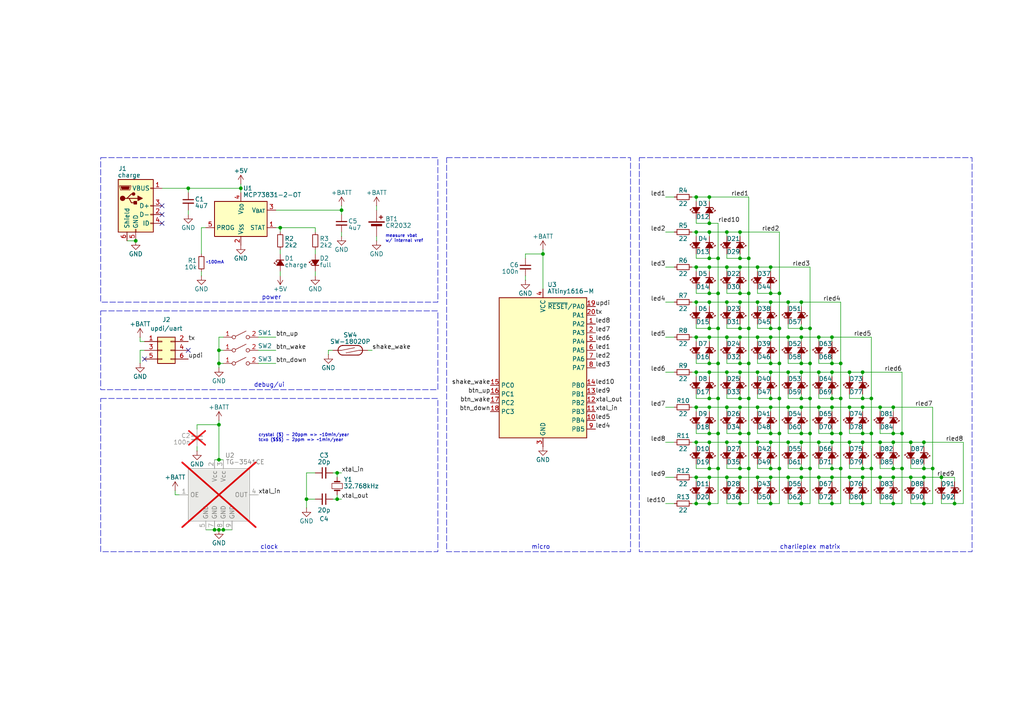
<source format=kicad_sch>
(kicad_sch (version 20231120) (generator "eeschema") (generator_version "8.0")
  (paper "A4")
  (junction (at 250.19 138.43))
  (junction (at 208.28 74.93))
  (junction (at 259.08 135.89))
  (junction (at 88.9 144.78))
  (junction (at 208.28 105.41))
  (junction (at 62.23 153.67))
  (junction (at 232.41 135.89))
  (junction (at 99.06 60.96))
  (junction (at 241.3 135.89))
  (junction (at 205.74 74.93))
  (junction (at 226.06 125.73))
  (junction (at 214.63 135.89))
  (junction (at 201.93 97.79))
  (junction (at 201.93 67.31))
  (junction (at 264.16 128.27))
  (junction (at 264.16 138.43))
  (junction (at 63.5 123.19))
  (junction (at 232.41 138.43))
  (junction (at 208.28 95.25))
  (junction (at 223.52 85.09))
  (junction (at 241.3 105.41))
  (junction (at 241.3 115.57))
  (junction (at 205.74 135.89))
  (junction (at 63.5 133.35))
  (junction (at 223.52 107.95))
  (junction (at 217.17 74.93))
  (junction (at 214.63 85.09))
  (junction (at 241.3 146.05))
  (junction (at 259.08 138.43))
  (junction (at 259.08 125.73))
  (junction (at 241.3 107.95))
  (junction (at 219.71 118.11))
  (junction (at 201.93 87.63))
  (junction (at 228.6 128.27))
  (junction (at 250.19 118.11))
  (junction (at 97.79 144.78))
  (junction (at 205.74 115.57))
  (junction (at 205.74 67.31))
  (junction (at 250.19 128.27))
  (junction (at 205.74 138.43))
  (junction (at 223.52 115.57))
  (junction (at 201.93 128.27))
  (junction (at 201.93 118.11))
  (junction (at 214.63 118.11))
  (junction (at 217.17 115.57))
  (junction (at 232.41 125.73))
  (junction (at 241.3 138.43))
  (junction (at 243.84 135.89))
  (junction (at 237.49 97.79))
  (junction (at 217.17 105.41))
  (junction (at 219.71 97.79))
  (junction (at 205.74 85.09))
  (junction (at 210.82 128.27))
  (junction (at 241.3 125.73))
  (junction (at 276.86 146.05))
  (junction (at 246.38 138.43))
  (junction (at 250.19 146.05))
  (junction (at 81.28 66.04))
  (junction (at 243.84 115.57))
  (junction (at 250.19 125.73))
  (junction (at 223.52 118.11))
  (junction (at 246.38 118.11))
  (junction (at 228.6 138.43))
  (junction (at 237.49 128.27))
  (junction (at 210.82 77.47))
  (junction (at 217.17 85.09))
  (junction (at 217.17 125.73))
  (junction (at 223.52 105.41))
  (junction (at 63.5 153.67))
  (junction (at 226.06 135.89))
  (junction (at 246.38 128.27))
  (junction (at 250.19 135.89))
  (junction (at 243.84 105.41))
  (junction (at 234.95 105.41))
  (junction (at 223.52 128.27))
  (junction (at 246.38 107.95))
  (junction (at 232.41 97.79))
  (junction (at 214.63 74.93))
  (junction (at 63.5 105.41))
  (junction (at 232.41 95.25))
  (junction (at 214.63 125.73))
  (junction (at 214.63 115.57))
  (junction (at 205.74 105.41))
  (junction (at 39.37 69.85))
  (junction (at 205.74 57.15))
  (junction (at 232.41 107.95))
  (junction (at 214.63 128.27))
  (junction (at 157.48 73.66))
  (junction (at 234.95 95.25))
  (junction (at 205.74 118.11))
  (junction (at 63.5 101.6))
  (junction (at 210.82 87.63))
  (junction (at 241.3 97.79))
  (junction (at 267.97 138.43))
  (junction (at 201.93 107.95))
  (junction (at 201.93 138.43))
  (junction (at 226.06 85.09))
  (junction (at 259.08 118.11))
  (junction (at 205.74 128.27))
  (junction (at 219.71 77.47))
  (junction (at 210.82 118.11))
  (junction (at 252.73 125.73))
  (junction (at 201.93 146.05))
  (junction (at 228.6 107.95))
  (junction (at 255.27 118.11))
  (junction (at 217.17 135.89))
  (junction (at 228.6 97.79))
  (junction (at 214.63 87.63))
  (junction (at 234.95 135.89))
  (junction (at 64.77 153.67))
  (junction (at 243.84 125.73))
  (junction (at 208.28 85.09))
  (junction (at 252.73 115.57))
  (junction (at 223.52 87.63))
  (junction (at 223.52 135.89))
  (junction (at 219.71 138.43))
  (junction (at 267.97 128.27))
  (junction (at 205.74 87.63))
  (junction (at 261.62 135.89))
  (junction (at 232.41 146.05))
  (junction (at 201.93 57.15))
  (junction (at 252.73 135.89))
  (junction (at 228.6 118.11))
  (junction (at 255.27 128.27))
  (junction (at 226.06 115.57))
  (junction (at 267.97 135.89))
  (junction (at 214.63 107.95))
  (junction (at 232.41 118.11))
  (junction (at 208.28 125.73))
  (junction (at 205.74 146.05))
  (junction (at 273.05 138.43))
  (junction (at 223.52 146.05))
  (junction (at 261.62 125.73))
  (junction (at 54.61 54.61))
  (junction (at 219.71 87.63))
  (junction (at 226.06 105.41))
  (junction (at 201.93 77.47))
  (junction (at 97.79 137.16))
  (junction (at 205.74 95.25))
  (junction (at 214.63 95.25))
  (junction (at 250.19 115.57))
  (junction (at 210.82 107.95))
  (junction (at 219.71 128.27))
  (junction (at 255.27 138.43))
  (junction (at 241.3 128.27))
  (junction (at 237.49 118.11))
  (junction (at 234.95 115.57))
  (junction (at 214.63 146.05))
  (junction (at 259.08 128.27))
  (junction (at 205.74 64.77))
  (junction (at 228.6 87.63))
  (junction (at 214.63 97.79))
  (junction (at 226.06 95.25))
  (junction (at 208.28 115.57))
  (junction (at 237.49 138.43))
  (junction (at 223.52 138.43))
  (junction (at 214.63 105.41))
  (junction (at 219.71 107.95))
  (junction (at 214.63 138.43))
  (junction (at 210.82 67.31))
  (junction (at 205.74 77.47))
  (junction (at 210.82 97.79))
  (junction (at 232.41 87.63))
  (junction (at 232.41 128.27))
  (junction (at 241.3 118.11))
  (junction (at 267.97 146.05))
  (junction (at 217.17 95.25))
  (junction (at 237.49 107.95))
  (junction (at 205.74 125.73))
  (junction (at 208.28 135.89))
  (junction (at 250.19 107.95))
  (junction (at 234.95 125.73))
  (junction (at 214.63 77.47))
  (junction (at 232.41 115.57))
  (junction (at 223.52 125.73))
  (junction (at 205.74 97.79))
  (junction (at 223.52 77.47))
  (junction (at 210.82 138.43))
  (junction (at 232.41 105.41))
  (junction (at 69.85 54.61))
  (junction (at 223.52 95.25))
  (junction (at 223.52 97.79))
  (junction (at 270.51 135.89))
  (junction (at 214.63 67.31))
  (junction (at 259.08 146.05))
  (junction (at 205.74 107.95))
  (no_connect (at 54.61 101.6))
  (no_connect (at 46.99 59.69))
  (no_connect (at 46.99 64.77))
  (no_connect (at 41.91 104.14))
  (no_connect (at 46.99 62.23))
  (wire (pts (xy 226.06 95.25) (xy 226.06 105.41)))
  (wire (pts (xy 226.06 135.89) (xy 226.06 146.05)))
  (wire (pts (xy 246.38 129.54) (xy 246.38 128.27)))
  (wire (pts (xy 270.51 135.89) (xy 270.51 146.05)))
  (wire (pts (xy 259.08 125.73) (xy 261.62 125.73)))
  (wire (pts (xy 246.38 119.38) (xy 246.38 118.11)))
  (wire (pts (xy 232.41 107.95) (xy 232.41 109.22)))
  (wire (pts (xy 208.28 85.09) (xy 208.28 74.93)))
  (wire (pts (xy 228.6 144.78) (xy 228.6 146.05)))
  (wire (pts (xy 201.93 118.11) (xy 205.74 118.11)))
  (wire (pts (xy 232.41 125.73) (xy 234.95 125.73)))
  (wire (pts (xy 232.41 95.25) (xy 232.41 93.98)))
  (wire (pts (xy 228.6 135.89) (xy 232.41 135.89)))
  (wire (pts (xy 214.63 118.11) (xy 219.71 118.11)))
  (wire (pts (xy 223.52 77.47) (xy 223.52 78.74)))
  (wire (pts (xy 255.27 134.62) (xy 255.27 135.89)))
  (wire (pts (xy 241.3 118.11) (xy 241.3 119.38)))
  (wire (pts (xy 252.73 125.73) (xy 252.73 135.89)))
  (wire (pts (xy 234.95 146.05) (xy 232.41 146.05)))
  (wire (pts (xy 232.41 105.41) (xy 232.41 104.14)))
  (wire (pts (xy 210.82 68.58) (xy 210.82 67.31)))
  (wire (pts (xy 234.95 105.41) (xy 234.95 115.57)))
  (wire (pts (xy 255.27 129.54) (xy 255.27 128.27)))
  (wire (pts (xy 214.63 105.41) (xy 214.63 104.14)))
  (wire (pts (xy 273.05 144.78) (xy 273.05 146.05)))
  (wire (pts (xy 210.82 95.25) (xy 214.63 95.25)))
  (wire (pts (xy 157.48 73.66) (xy 157.48 83.82)))
  (wire (pts (xy 241.3 138.43) (xy 241.3 139.7)))
  (wire (pts (xy 58.42 66.04) (xy 59.69 66.04)))
  (wire (pts (xy 40.64 105.41) (xy 40.64 101.6)))
  (wire (pts (xy 243.84 115.57) (xy 243.84 125.73)))
  (wire (pts (xy 96.52 144.78) (xy 97.79 144.78)))
  (wire (pts (xy 241.3 115.57) (xy 241.3 114.3)))
  (wire (pts (xy 201.93 99.06) (xy 201.93 97.79)))
  (wire (pts (xy 255.27 144.78) (xy 255.27 146.05)))
  (wire (pts (xy 210.82 74.93) (xy 214.63 74.93)))
  (wire (pts (xy 226.06 105.41) (xy 226.06 115.57)))
  (wire (pts (xy 237.49 128.27) (xy 241.3 128.27)))
  (wire (pts (xy 232.41 128.27) (xy 237.49 128.27)))
  (wire (pts (xy 237.49 124.46) (xy 237.49 125.73)))
  (wire (pts (xy 200.66 118.11) (xy 201.93 118.11)))
  (wire (pts (xy 205.74 74.93) (xy 205.74 73.66)))
  (wire (pts (xy 214.63 74.93) (xy 217.17 74.93)))
  (wire (pts (xy 232.41 87.63) (xy 232.41 88.9)))
  (wire (pts (xy 259.08 138.43) (xy 264.16 138.43)))
  (wire (pts (xy 250.19 107.95) (xy 250.19 109.22)))
  (wire (pts (xy 250.19 135.89) (xy 250.19 134.62)))
  (wire (pts (xy 200.66 146.05) (xy 201.93 146.05)))
  (wire (pts (xy 217.17 135.89) (xy 217.17 146.05)))
  (wire (pts (xy 223.52 105.41) (xy 223.52 104.14)))
  (wire (pts (xy 279.4 128.27) (xy 279.4 146.05)))
  (wire (pts (xy 214.63 128.27) (xy 219.71 128.27)))
  (wire (pts (xy 219.71 124.46) (xy 219.71 125.73)))
  (wire (pts (xy 237.49 129.54) (xy 237.49 128.27)))
  (wire (pts (xy 252.73 97.79) (xy 252.73 115.57)))
  (wire (pts (xy 208.28 64.77) (xy 205.74 64.77)))
  (wire (pts (xy 205.74 115.57) (xy 208.28 115.57)))
  (wire (pts (xy 219.71 93.98) (xy 219.71 95.25)))
  (wire (pts (xy 219.71 104.14) (xy 219.71 105.41)))
  (wire (pts (xy 267.97 135.89) (xy 270.51 135.89)))
  (wire (pts (xy 205.74 74.93) (xy 208.28 74.93)))
  (wire (pts (xy 232.41 107.95) (xy 237.49 107.95)))
  (wire (pts (xy 201.93 104.14) (xy 201.93 105.41)))
  (wire (pts (xy 81.28 66.04) (xy 80.01 66.04)))
  (wire (pts (xy 219.71 107.95) (xy 223.52 107.95)))
  (wire (pts (xy 58.42 80.01) (xy 58.42 78.74)))
  (wire (pts (xy 223.52 87.63) (xy 223.52 88.9)))
  (wire (pts (xy 255.27 146.05) (xy 259.08 146.05)))
  (wire (pts (xy 267.97 138.43) (xy 273.05 138.43)))
  (wire (pts (xy 250.19 107.95) (xy 261.62 107.95)))
  (wire (pts (xy 246.38 118.11) (xy 250.19 118.11)))
  (wire (pts (xy 228.6 134.62) (xy 228.6 135.89)))
  (wire (pts (xy 255.27 125.73) (xy 259.08 125.73)))
  (wire (pts (xy 228.6 107.95) (xy 232.41 107.95)))
  (wire (pts (xy 228.6 125.73) (xy 232.41 125.73)))
  (wire (pts (xy 250.19 115.57) (xy 250.19 114.3)))
  (wire (pts (xy 259.08 118.11) (xy 270.51 118.11)))
  (wire (pts (xy 62.23 133.35) (xy 63.5 133.35)))
  (wire (pts (xy 267.97 128.27) (xy 267.97 129.54)))
  (wire (pts (xy 264.16 144.78) (xy 264.16 146.05)))
  (wire (pts (xy 210.82 144.78) (xy 210.82 146.05)))
  (wire (pts (xy 201.93 93.98) (xy 201.93 95.25)))
  (wire (pts (xy 223.52 77.47) (xy 234.95 77.47)))
  (wire (pts (xy 210.82 78.74) (xy 210.82 77.47)))
  (wire (pts (xy 81.28 66.04) (xy 91.44 66.04)))
  (wire (pts (xy 63.5 121.92) (xy 63.5 123.19)))
  (wire (pts (xy 205.74 77.47) (xy 210.82 77.47)))
  (wire (pts (xy 241.3 138.43) (xy 246.38 138.43)))
  (wire (pts (xy 223.52 85.09) (xy 226.06 85.09)))
  (wire (pts (xy 219.71 135.89) (xy 223.52 135.89)))
  (wire (pts (xy 208.28 146.05) (xy 208.28 135.89)))
  (wire (pts (xy 210.82 87.63) (xy 214.63 87.63)))
  (wire (pts (xy 201.93 109.22) (xy 201.93 107.95)))
  (wire (pts (xy 232.41 135.89) (xy 232.41 134.62)))
  (wire (pts (xy 210.82 88.9) (xy 210.82 87.63)))
  (wire (pts (xy 193.04 118.11) (xy 195.58 118.11)))
  (wire (pts (xy 228.6 104.14) (xy 228.6 105.41)))
  (wire (pts (xy 152.4 80.01) (xy 152.4 81.28)))
  (wire (pts (xy 246.38 128.27) (xy 250.19 128.27)))
  (wire (pts (xy 219.71 134.62) (xy 219.71 135.89)))
  (wire (pts (xy 201.93 63.5) (xy 201.93 64.77)))
  (wire (pts (xy 250.19 146.05) (xy 250.19 144.78)))
  (wire (pts (xy 201.93 87.63) (xy 205.74 87.63)))
  (wire (pts (xy 96.52 137.16) (xy 97.79 137.16)))
  (wire (pts (xy 243.84 125.73) (xy 243.84 135.89)))
  (wire (pts (xy 91.44 72.39) (xy 91.44 73.66)))
  (wire (pts (xy 219.71 77.47) (xy 223.52 77.47)))
  (wire (pts (xy 205.74 95.25) (xy 205.74 93.98)))
  (wire (pts (xy 205.74 107.95) (xy 205.74 109.22)))
  (wire (pts (xy 241.3 135.89) (xy 243.84 135.89)))
  (wire (pts (xy 200.66 67.31) (xy 201.93 67.31)))
  (wire (pts (xy 214.63 67.31) (xy 214.63 68.58)))
  (wire (pts (xy 223.52 107.95) (xy 228.6 107.95)))
  (wire (pts (xy 261.62 125.73) (xy 261.62 135.89)))
  (wire (pts (xy 36.83 69.85) (xy 39.37 69.85)))
  (wire (pts (xy 246.38 125.73) (xy 250.19 125.73)))
  (wire (pts (xy 223.52 138.43) (xy 228.6 138.43)))
  (wire (pts (xy 234.95 125.73) (xy 234.95 135.89)))
  (wire (pts (xy 237.49 134.62) (xy 237.49 135.89)))
  (wire (pts (xy 200.66 107.95) (xy 201.93 107.95)))
  (wire (pts (xy 228.6 124.46) (xy 228.6 125.73)))
  (wire (pts (xy 237.49 125.73) (xy 241.3 125.73)))
  (wire (pts (xy 219.71 144.78) (xy 219.71 146.05)))
  (wire (pts (xy 201.93 107.95) (xy 205.74 107.95)))
  (wire (pts (xy 201.93 67.31) (xy 205.74 67.31)))
  (wire (pts (xy 246.38 144.78) (xy 246.38 146.05)))
  (wire (pts (xy 109.22 59.69) (xy 109.22 60.96)))
  (wire (pts (xy 217.17 115.57) (xy 217.17 125.73)))
  (wire (pts (xy 243.84 146.05) (xy 241.3 146.05)))
  (wire (pts (xy 63.5 105.41) (xy 64.77 105.41)))
  (wire (pts (xy 210.82 134.62) (xy 210.82 135.89)))
  (wire (pts (xy 201.93 95.25) (xy 205.74 95.25)))
  (wire (pts (xy 214.63 87.63) (xy 214.63 88.9)))
  (wire (pts (xy 88.9 144.78) (xy 91.44 144.78)))
  (wire (pts (xy 74.93 105.41) (xy 80.01 105.41)))
  (wire (pts (xy 264.16 128.27) (xy 267.97 128.27)))
  (wire (pts (xy 223.52 118.11) (xy 223.52 119.38)))
  (wire (pts (xy 95.25 102.87) (xy 95.25 101.6)))
  (wire (pts (xy 201.93 138.43) (xy 205.74 138.43)))
  (wire (pts (xy 237.49 118.11) (xy 241.3 118.11)))
  (wire (pts (xy 214.63 95.25) (xy 217.17 95.25)))
  (wire (pts (xy 232.41 87.63) (xy 243.84 87.63)))
  (wire (pts (xy 201.93 115.57) (xy 205.74 115.57)))
  (wire (pts (xy 219.71 97.79) (xy 223.52 97.79)))
  (wire (pts (xy 267.97 135.89) (xy 267.97 134.62)))
  (wire (pts (xy 214.63 97.79) (xy 214.63 99.06)))
  (wire (pts (xy 205.74 57.15) (xy 205.74 58.42)))
  (wire (pts (xy 201.93 77.47) (xy 205.74 77.47)))
  (wire (pts (xy 205.74 85.09) (xy 205.74 83.82)))
  (wire (pts (xy 69.85 54.61) (xy 69.85 55.88)))
  (wire (pts (xy 50.8 142.24) (xy 50.8 143.51)))
  (wire (pts (xy 223.52 95.25) (xy 226.06 95.25)))
  (wire (pts (xy 228.6 105.41) (xy 232.41 105.41)))
  (wire (pts (xy 210.82 67.31) (xy 214.63 67.31)))
  (wire (pts (xy 228.6 119.38) (xy 228.6 118.11)))
  (wire (pts (xy 241.3 146.05) (xy 241.3 144.78)))
  (wire (pts (xy 97.79 137.16) (xy 97.79 138.43)))
  (wire (pts (xy 241.3 115.57) (xy 243.84 115.57)))
  (wire (pts (xy 208.28 115.57) (xy 208.28 105.41)))
  (wire (pts (xy 210.82 115.57) (xy 214.63 115.57)))
  (wire (pts (xy 267.97 128.27) (xy 279.4 128.27)))
  (wire (pts (xy 232.41 97.79) (xy 232.41 99.06)))
  (wire (pts (xy 217.17 125.73) (xy 217.17 135.89)))
  (wire (pts (xy 228.6 114.3) (xy 228.6 115.57)))
  (wire (pts (xy 214.63 128.27) (xy 214.63 129.54)))
  (wire (pts (xy 208.28 95.25) (xy 208.28 85.09)))
  (wire (pts (xy 205.74 135.89) (xy 208.28 135.89)))
  (wire (pts (xy 210.82 73.66) (xy 210.82 74.93)))
  (wire (pts (xy 201.93 129.54) (xy 201.93 128.27)))
  (wire (pts (xy 226.06 67.31) (xy 226.06 85.09)))
  (wire (pts (xy 223.52 107.95) (xy 223.52 109.22)))
  (wire (pts (xy 63.5 153.67) (xy 64.77 153.67)))
  (wire (pts (xy 201.93 78.74) (xy 201.93 77.47)))
  (wire (pts (xy 228.6 88.9) (xy 228.6 87.63)))
  (wire (pts (xy 193.04 97.79) (xy 195.58 97.79)))
  (wire (pts (xy 241.3 97.79) (xy 241.3 99.06)))
  (wire (pts (xy 276.86 138.43) (xy 276.86 139.7)))
  (wire (pts (xy 214.63 77.47) (xy 214.63 78.74)))
  (wire (pts (xy 232.41 115.57) (xy 234.95 115.57)))
  (wire (pts (xy 208.28 135.89) (xy 208.28 125.73)))
  (wire (pts (xy 252.73 135.89) (xy 252.73 146.05)))
  (wire (pts (xy 210.82 107.95) (xy 214.63 107.95)))
  (wire (pts (xy 210.82 135.89) (xy 214.63 135.89)))
  (wire (pts (xy 63.5 101.6) (xy 63.5 97.79)))
  (wire (pts (xy 228.6 95.25) (xy 232.41 95.25)))
  (wire (pts (xy 255.27 119.38) (xy 255.27 118.11)))
  (wire (pts (xy 226.06 125.73) (xy 226.06 135.89)))
  (wire (pts (xy 214.63 107.95) (xy 219.71 107.95)))
  (wire (pts (xy 205.74 97.79) (xy 205.74 99.06)))
  (wire (pts (xy 219.71 87.63) (xy 223.52 87.63)))
  (wire (pts (xy 201.93 135.89) (xy 205.74 135.89)))
  (wire (pts (xy 228.6 99.06) (xy 228.6 97.79)))
  (wire (pts (xy 228.6 146.05) (xy 232.41 146.05)))
  (wire (pts (xy 259.08 128.27) (xy 259.08 129.54)))
  (wire (pts (xy 219.71 88.9) (xy 219.71 87.63)))
  (wire (pts (xy 223.52 105.41) (xy 226.06 105.41)))
  (wire (pts (xy 223.52 135.89) (xy 226.06 135.89)))
  (wire (pts (xy 200.66 87.63) (xy 201.93 87.63)))
  (wire (pts (xy 208.28 74.93) (xy 208.28 64.77)))
  (wire (pts (xy 193.04 77.47) (xy 195.58 77.47)))
  (wire (pts (xy 200.66 128.27) (xy 201.93 128.27)))
  (wire (pts (xy 223.52 115.57) (xy 226.06 115.57)))
  (wire (pts (xy 81.28 78.74) (xy 81.28 80.01)))
  (wire (pts (xy 259.08 135.89) (xy 261.62 135.89)))
  (wire (pts (xy 246.38 124.46) (xy 246.38 125.73)))
  (wire (pts (xy 237.49 135.89) (xy 241.3 135.89)))
  (wire (pts (xy 97.79 137.16) (xy 99.06 137.16)))
  (wire (pts (xy 54.61 55.88) (xy 54.61 54.61)))
  (wire (pts (xy 243.84 105.41) (xy 243.84 115.57)))
  (wire (pts (xy 205.74 105.41) (xy 208.28 105.41)))
  (wire (pts (xy 279.4 146.05) (xy 276.86 146.05)))
  (wire (pts (xy 201.93 74.93) (xy 205.74 74.93)))
  (wire (pts (xy 214.63 85.09) (xy 214.63 83.82)))
  (wire (pts (xy 232.41 118.11) (xy 237.49 118.11)))
  (wire (pts (xy 88.9 137.16) (xy 91.44 137.16)))
  (wire (pts (xy 237.49 144.78) (xy 237.49 146.05)))
  (wire (pts (xy 201.93 68.58) (xy 201.93 67.31)))
  (wire (pts (xy 214.63 125.73) (xy 217.17 125.73)))
  (wire (pts (xy 250.19 125.73) (xy 250.19 124.46)))
  (wire (pts (xy 264.16 138.43) (xy 267.97 138.43)))
  (wire (pts (xy 200.66 97.79) (xy 201.93 97.79)))
  (wire (pts (xy 80.01 60.96) (xy 99.06 60.96)))
  (wire (pts (xy 219.71 129.54) (xy 219.71 128.27)))
  (wire (pts (xy 219.71 85.09) (xy 223.52 85.09)))
  (wire (pts (xy 210.82 97.79) (xy 214.63 97.79)))
  (wire (pts (xy 232.41 138.43) (xy 237.49 138.43)))
  (wire (pts (xy 214.63 125.73) (xy 214.63 124.46)))
  (wire (pts (xy 152.4 74.93) (xy 152.4 73.66)))
  (wire (pts (xy 270.51 146.05) (xy 267.97 146.05)))
  (wire (pts (xy 210.82 119.38) (xy 210.82 118.11)))
  (wire (pts (xy 57.15 123.19) (xy 63.5 123.19)))
  (wire (pts (xy 219.71 118.11) (xy 223.52 118.11)))
  (wire (pts (xy 210.82 138.43) (xy 214.63 138.43)))
  (wire (pts (xy 259.08 125.73) (xy 259.08 124.46)))
  (wire (pts (xy 217.17 85.09) (xy 217.17 95.25)))
  (wire (pts (xy 250.19 128.27) (xy 255.27 128.27)))
  (wire (pts (xy 223.52 135.89) (xy 223.52 134.62)))
  (wire (pts (xy 205.74 138.43) (xy 205.74 139.7)))
  (wire (pts (xy 81.28 67.31) (xy 81.28 66.04)))
  (wire (pts (xy 219.71 95.25) (xy 223.52 95.25)))
  (wire (pts (xy 99.06 59.69) (xy 99.06 60.96)))
  (wire (pts (xy 228.6 128.27) (xy 232.41 128.27)))
  (wire (pts (xy 255.27 139.7) (xy 255.27 138.43)))
  (wire (pts (xy 232.41 125.73) (xy 232.41 124.46)))
  (wire (pts (xy 255.27 124.46) (xy 255.27 125.73)))
  (wire (pts (xy 273.05 138.43) (xy 276.86 138.43)))
  (wire (pts (xy 223.52 138.43) (xy 223.52 139.7)))
  (wire (pts (xy 201.93 97.79) (xy 205.74 97.79)))
  (wire (pts (xy 217.17 57.15) (xy 217.17 74.93)))
  (wire (pts (xy 97.79 144.78) (xy 99.06 144.78)))
  (wire (pts (xy 88.9 147.32) (xy 88.9 144.78)))
  (wire (pts (xy 217.17 105.41) (xy 217.17 115.57)))
  (wire (pts (xy 246.38 114.3) (xy 246.38 115.57)))
  (wire (pts (xy 210.82 125.73) (xy 214.63 125.73)))
  (wire (pts (xy 232.41 135.89) (xy 234.95 135.89)))
  (wire (pts (xy 57.15 124.46) (xy 57.15 123.19)))
  (wire (pts (xy 234.95 77.47) (xy 234.95 95.25)))
  (wire (pts (xy 250.19 128.27) (xy 250.19 129.54)))
  (wire (pts (xy 241.3 135.89) (xy 241.3 134.62)))
  (wire (pts (xy 223.52 115.57) (xy 223.52 114.3)))
  (wire (pts (xy 205.74 125.73) (xy 205.74 124.46)))
  (wire (pts (xy 214.63 135.89) (xy 214.63 134.62)))
  (wire (pts (xy 214.63 97.79) (xy 219.71 97.79)))
  (wire (pts (xy 214.63 135.89) (xy 217.17 135.89)))
  (wire (pts (xy 232.41 146.05) (xy 232.41 144.78)))
  (wire (pts (xy 223.52 118.11) (xy 228.6 118.11)))
  (wire (pts (xy 193.04 87.63) (xy 195.58 87.63)))
  (wire (pts (xy 214.63 115.57) (xy 214.63 114.3)))
  (wire (pts (xy 201.93 125.73) (xy 205.74 125.73)))
  (wire (pts (xy 243.84 87.63) (xy 243.84 105.41)))
  (wire (pts (xy 210.82 118.11) (xy 214.63 118.11)))
  (wire (pts (xy 205.74 105.41) (xy 205.74 104.14)))
  (wire (pts (xy 237.49 105.41) (xy 241.3 105.41)))
  (wire (pts (xy 252.73 146.05) (xy 250.19 146.05)))
  (wire (pts (xy 246.38 134.62) (xy 246.38 135.89)))
  (wire (pts (xy 217.17 74.93) (xy 217.17 85.09)))
  (wire (pts (xy 226.06 115.57) (xy 226.06 125.73)))
  (wire (pts (xy 250.19 138.43) (xy 255.27 138.43)))
  (wire (pts (xy 210.82 114.3) (xy 210.82 115.57)))
  (wire (pts (xy 74.93 101.6) (xy 80.01 101.6)))
  (wire (pts (xy 228.6 115.57) (xy 232.41 115.57)))
  (wire (pts (xy 232.41 95.25) (xy 234.95 95.25)))
  (wire (pts (xy 201.93 73.66) (xy 201.93 74.93)))
  (wire (pts (xy 193.04 128.27) (xy 195.58 128.27)))
  (wire (pts (xy 63.5 106.68) (xy 63.5 105.41)))
  (wire (pts (xy 152.4 73.66) (xy 157.48 73.66)))
  (wire (pts (xy 97.79 144.78) (xy 97.79 143.51)))
  (wire (pts (xy 264.16 135.89) (xy 267.97 135.89)))
  (wire (pts (xy 109.22 68.58) (xy 109.22 69.85)))
  (wire (pts (xy 237.49 138.43) (xy 241.3 138.43)))
  (wire (pts (xy 201.93 105.41) (xy 205.74 105.41)))
  (wire (pts (xy 219.71 138.43) (xy 223.52 138.43)))
  (wire (pts (xy 214.63 105.41) (xy 217.17 105.41)))
  (wire (pts (xy 237.49 115.57) (xy 241.3 115.57)))
  (wire (pts (xy 255.27 135.89) (xy 259.08 135.89)))
  (wire (pts (xy 217.17 146.05) (xy 214.63 146.05)))
  (wire (pts (xy 223.52 85.09) (xy 223.52 83.82)))
  (wire (pts (xy 250.19 135.89) (xy 252.73 135.89)))
  (wire (pts (xy 219.71 115.57) (xy 223.52 115.57)))
  (wire (pts (xy 201.93 83.82) (xy 201.93 85.09)))
  (wire (pts (xy 237.49 114.3) (xy 237.49 115.57)))
  (wire (pts (xy 99.06 62.23) (xy 99.06 60.96)))
  (wire (pts (xy 228.6 118.11) (xy 232.41 118.11)))
  (wire (pts (xy 237.49 97.79) (xy 241.3 97.79)))
  (wire (pts (xy 208.28 125.73) (xy 208.28 115.57)))
  (wire (pts (xy 264.16 129.54) (xy 264.16 128.27)))
  (wire (pts (xy 241.3 97.79) (xy 252.73 97.79)))
  (wire (pts (xy 223.52 128.27) (xy 223.52 129.54)))
  (wire (pts (xy 226.06 146.05) (xy 223.52 146.05)))
  (wire (pts (xy 219.71 128.27) (xy 223.52 128.27)))
  (wire (pts (xy 228.6 93.98) (xy 228.6 95.25)))
  (wire (pts (xy 54.61 60.96) (xy 54.61 62.23)))
  (wire (pts (xy 88.9 144.78) (xy 88.9 137.16)))
  (wire (pts (xy 232.41 97.79) (xy 237.49 97.79)))
  (wire (pts (xy 214.63 85.09) (xy 217.17 85.09)))
  (wire (pts (xy 219.71 146.05) (xy 223.52 146.05)))
  (wire (pts (xy 205.74 115.57) (xy 205.74 114.3)))
  (wire (pts (xy 264.16 134.62) (xy 264.16 135.89)))
  (wire (pts (xy 234.95 95.25) (xy 234.95 105.41)))
  (wire (pts (xy 201.93 144.78) (xy 201.93 146.05)))
  (wire (pts (xy 205.74 138.43) (xy 210.82 138.43)))
  (wire (pts (xy 201.93 146.05) (xy 205.74 146.05)))
  (wire (pts (xy 223.52 97.79) (xy 223.52 99.06)))
  (wire (pts (xy 219.71 125.73) (xy 223.52 125.73)))
  (wire (pts (xy 214.63 107.95) (xy 214.63 109.22)))
  (wire (pts (xy 205.74 128.27) (xy 205.74 129.54)))
  (wire (pts (xy 214.63 95.25) (xy 214.63 93.98)))
  (wire (pts (xy 219.71 78.74) (xy 219.71 77.47)))
  (wire (pts (xy 246.38 139.7) (xy 246.38 138.43)))
  (wire (pts (xy 201.93 57.15) (xy 205.74 57.15)))
  (wire (pts (xy 205.74 107.95) (xy 210.82 107.95)))
  (wire (pts (xy 214.63 118.11) (xy 214.63 119.38)))
  (wire (pts (xy 193.04 107.95) (xy 195.58 107.95)))
  (wire (pts (xy 223.52 97.79) (xy 228.6 97.79)))
  (wire (pts (xy 241.3 128.27) (xy 241.3 129.54)))
  (wire (pts (xy 219.71 109.22) (xy 219.71 107.95)))
  (wire (pts (xy 99.06 67.31) (xy 99.06 68.58)))
  (wire (pts (xy 217.17 95.25) (xy 217.17 105.41)))
  (wire (pts (xy 228.6 139.7) (xy 228.6 138.43)))
  (wire (pts (xy 228.6 97.79) (xy 232.41 97.79)))
  (wire (pts (xy 201.93 85.09) (xy 205.74 85.09)))
  (wire (pts (xy 234.95 115.57) (xy 234.95 125.73)))
  (wire (pts (xy 214.63 67.31) (xy 226.06 67.31)))
  (wire (pts (xy 223.52 128.27) (xy 228.6 128.27)))
  (wire (pts (xy 81.28 72.39) (xy 81.28 73.66)))
  (wire (pts (xy 193.04 57.15) (xy 195.58 57.15)))
  (wire (pts (xy 205.74 95.25) (xy 208.28 95.25)))
  (wire (pts (xy 91.44 67.31) (xy 91.44 66.04)))
  (wire (pts (xy 58.42 73.66) (xy 58.42 66.04)))
  (wire (pts (xy 237.49 109.22) (xy 237.49 107.95)))
  (wire (pts (xy 91.44 78.74) (xy 91.44 80.01)))
  (wire (pts (xy 205.74 118.11) (xy 205.74 119.38)))
  (wire (pts (xy 210.82 93.98) (xy 210.82 95.25)))
  (wire (pts (xy 205.74 85.09) (xy 208.28 85.09)))
  (wire (pts (xy 201.93 124.46) (xy 201.93 125.73)))
  (wire (pts (xy 201.93 58.42) (xy 201.93 57.15)))
  (wire (pts (xy 210.82 99.06) (xy 210.82 97.79)))
  (wire (pts (xy 261.62 146.05) (xy 259.08 146.05)))
  (wire (pts (xy 246.38 115.57) (xy 250.19 115.57)))
  (wire (pts (xy 228.6 87.63) (xy 232.41 87.63)))
  (wire (pts (xy 261.62 107.95) (xy 261.62 125.73)))
  (wire (pts (xy 205.74 87.63) (xy 210.82 87.63)))
  (wire (pts (xy 46.99 54.61) (xy 54.61 54.61)))
  (wire (pts (xy 62.23 153.67) (xy 63.5 153.67)))
  (wire (pts (xy 210.82 146.05) (xy 214.63 146.05)))
  (wire (pts (xy 210.82 139.7) (xy 210.82 138.43)))
  (wire (pts (xy 210.82 104.14) (xy 210.82 105.41)))
  (wire (pts (xy 232.41 118.11) (xy 232.41 119.38)))
  (wire (pts (xy 223.52 146.05) (xy 223.52 144.78)))
  (wire (pts (xy 50.8 143.51) (xy 52.07 143.51)))
  (wire (pts (xy 205.74 67.31) (xy 210.82 67.31)))
  (wire (pts (xy 250.19 118.11) (xy 250.19 119.38)))
  (wire (pts (xy 214.63 77.47) (xy 219.71 77.47)))
  (wire (pts (xy 264.16 146.05) (xy 267.97 146.05)))
  (wire (pts (xy 201.93 88.9) (xy 201.93 87.63)))
  (wire (pts (xy 255.27 138.43) (xy 259.08 138.43)))
  (wire (pts (xy 219.71 99.06) (xy 219.71 97.79)))
  (wire (pts (xy 205.74 118.11) (xy 210.82 118.11)))
  (wire (pts (xy 226.06 85.09) (xy 226.06 95.25)))
  (wire (pts (xy 250.19 125.73) (xy 252.73 125.73)))
  (wire (pts (xy 106.68 101.6) (xy 107.95 101.6)))
  (wire (pts (xy 205.74 77.47) (xy 205.74 78.74)))
  (wire (pts (xy 273.05 139.7) (xy 273.05 138.43)))
  (wire (pts (xy 214.63 87.63) (xy 219.71 87.63)))
  (wire (pts (xy 234.95 135.89) (xy 234.95 146.05)))
  (wire (pts (xy 223.52 125.73) (xy 226.06 125.73)))
  (wire (pts (xy 57.15 129.54) (xy 57.15 130.81)))
  (wire (pts (xy 259.08 128.27) (xy 264.16 128.27)))
  (wire (pts (xy 63.5 97.79) (xy 64.77 97.79)))
  (wire (pts (xy 214.63 138.43) (xy 214.63 139.7)))
  (wire (pts (xy 250.19 118.11) (xy 255.27 118.11)))
  (wire (pts (xy 63.5 123.19) (xy 63.5 133.35)))
  (wire (pts (xy 210.82 105.41) (xy 214.63 105.41)))
  (wire (pts (xy 219.71 139.7) (xy 219.71 138.43)))
  (wire (pts (xy 241.3 105.41) (xy 243.84 105.41)))
  (wire (pts (xy 210.82 128.27) (xy 214.63 128.27)))
  (wire (pts (xy 205.74 67.31) (xy 205.74 68.58)))
  (wire (pts (xy 232.41 128.27) (xy 232.41 129.54)))
  (wire (pts (xy 219.71 119.38) (xy 219.71 118.11)))
  (wire (pts (xy 200.66 77.47) (xy 201.93 77.47)))
  (wire (pts (xy 214.63 115.57) (xy 217.17 115.57)))
  (wire (pts (xy 241.3 128.27) (xy 246.38 128.27)))
  (wire (pts (xy 241.3 107.95) (xy 241.3 109.22)))
  (wire (pts (xy 267.97 138.43) (xy 267.97 139.7)))
  (wire (pts (xy 205.74 135.89) (xy 205.74 134.62)))
  (wire (pts (xy 223.52 95.25) (xy 223.52 93.98)))
  (wire (pts (xy 201.93 128.27) (xy 205.74 128.27)))
  (wire (pts (xy 241.3 118.11) (xy 246.38 118.11)))
  (wire (pts (xy 246.38 109.22) (xy 246.38 107.95)))
  (wire (pts (xy 237.49 104.14) (xy 237.49 105.41)))
  (wire (pts (xy 205.74 128.27) (xy 210.82 128.27)))
  (wire (pts (xy 228.6 109.22) (xy 228.6 107.95)))
  (wire (pts (xy 237.49 146.05) (xy 241.3 146.05)))
  (wire (pts (xy 259.08 135.89) (xy 259.08 134.62)))
  (wire (pts (xy 219.71 83.82) (xy 219.71 85.09)))
  (wire (pts (xy 210.82 85.09) (xy 214.63 85.09)))
  (wire (pts (xy 264.16 139.7) (xy 264.16 138.43)))
  (wire (pts (xy 210.82 124.46) (xy 210.82 125.73)))
  (wire (pts (xy 54.61 54.61) (xy 69.85 54.61)))
  (wire (pts (xy 232.41 105.41) (xy 234.95 105.41)))
  (wire (pts (xy 267.97 146.05) (xy 267.97 144.78)))
  (wire (pts (xy 40.64 99.06) (xy 40.64 97.79)))
  (wire (pts (xy 237.49 119.38) (xy 237.49 118.11)))
  (wire (pts (xy 228.6 138.43) (xy 232.41 138.43)))
  (wire (pts (xy 201.93 114.3) (xy 201.93 115.57)))
  (wire (pts (xy 237.49 139.7) (xy 237.49 138.43)))
  (wire (pts (xy 193.04 138.43) (xy 195.58 138.43)))
  (wire (pts (xy 246.38 138.43) (xy 250.19 138.43)))
  (wire (pts (xy 259.08 118.11) (xy 259.08 119.38)))
  (wire (pts (xy 200.66 57.15) (xy 201.93 57.15)))
  (wire (pts (xy 255.27 128.27) (xy 259.08 128.27)))
  (wire (pts (xy 246.38 107.95) (xy 250.19 107.95)))
  (wire (pts (xy 205.74 57.15) (xy 217.17 57.15)))
  (wire (pts (xy 63.5 105.41) (xy 63.5 101.6)))
  (wire (pts (xy 241.3 105.41) (xy 241.3 104.14)))
  (wire (pts (xy 259.08 138.43) (xy 259.08 139.7)))
  (wire (pts (xy 246.38 135.89) (xy 250.19 135.89)))
  (wire (pts (xy 63.5 133.35) (xy 64.77 133.35)))
  (wire (pts (xy 205.74 146.05) (xy 205.74 144.78)))
  (wire (pts (xy 201.93 64.77) (xy 205.74 64.77)))
  (wire (pts (xy 219.71 105.41) (xy 223.52 105.41)))
  (wire (pts (xy 210.82 77.47) (xy 214.63 77.47)))
  (wire (pts (xy 201.93 119.38) (xy 201.93 118.11)))
  (wire (pts (xy 241.3 107.95) (xy 246.38 107.95)))
  (wire (pts (xy 214.63 138.43) (xy 219.71 138.43)))
  (wire (pts (xy 246.38 146.05) (xy 250.19 146.05)))
  (wire (pts (xy 237.49 107.95) (xy 241.3 107.95)))
  (wire (pts (xy 241.3 125.73) (xy 241.3 124.46)))
  (wire (pts (xy 261.62 135.89) (xy 261.62 146.05)))
  (wire (pts (xy 208.28 105.41) (xy 208.28 95.25)))
  (wire (pts (xy 252.73 115.57) (xy 252.73 125.73)))
  (wire (pts (xy 210.82 83.82) (xy 210.82 85.09)))
  (wire (pts (xy 41.91 99.06) (xy 40.64 99.06)))
  (wire (pts (xy 232.41 115.57) (xy 232.41 114.3)))
  (wire (pts (xy 205.74 64.77) (xy 205.74 63.5)))
  (wire (pts (xy 250.19 115.57) (xy 252.73 115.57)))
  (wire (pts (xy 205.74 97.79) (xy 210.82 97.79)))
  (wire (pts (xy 232.41 138.43) (xy 232.41 139.7)))
  (wire (pts (xy 63.5 101.6) (xy 64.77 101.6)))
  (wire (pts (xy 243.84 135.89) (xy 243.84 146.05)))
  (wire (pts (xy 74.93 97.79) (xy 80.01 97.79)))
  (wire (pts (xy 205.74 125.73) (xy 208.28 125.73)))
  (wire (pts (xy 223.52 87.63) (xy 228.6 87.63)))
  (wire (pts (xy 241.3 125.73) (xy 243.84 125.73)))
  (wire (pts (xy 237.49 99.06) (xy 237.49 97.79)))
  (wire (pts (xy 193.04 146.05) (xy 195.58 146.05)))
  (wire (pts (xy 64.77 153.67) (xy 67.31 153.67)))
  (wire (pts (xy 276.86 146.05) (xy 276.86 144.78)))
  (wire (pts (xy 259.08 146.05) (xy 259.08 144.78)))
  (wire (pts (xy 228.6 129.54) (xy 228.6 128.27)))
  (wire (pts (xy 95.25 101.6) (xy 96.52 101.6)))
  (wire (pts (xy 273.05 146.05) (xy 276.86 146.05)))
  (wire (pts (xy 270.51 118.11) (xy 270.51 135.89)))
  (wire (pts (xy 223.52 125.73) (xy 223.52 124.46)))
  (wire (pts (xy 214.63 74.93) (xy 214.63 73.66)))
  (wire (pts (xy 69.85 53.34) (xy 69.85 54.61)))
  (wire (pts (xy 157.48 73.66) (xy 157.48 72.39)))
  (wire (pts (xy 214.63 146.05) (xy 214.63 144.78)))
  (wire (pts (xy 205.74 146.05) (xy 208.28 146.05)))
  (wire (pts (xy 201.93 139.7) (xy 201.93 138.43)))
  (wire (pts (xy 255.27 118.11) (xy 259.08 118.11)))
  (wire (pts (xy 219.71 114.3) (xy 219.71 115.57)))
  (wire (pts (xy 250.19 138.43) (xy 250.19 139.7)))
  (wire (pts (xy 193.04 67.31) (xy 195.58 67.31)))
  (wire (pts (xy 210.82 109.22) (xy 210.82 107.95)))
  (wire (pts (xy 205.74 87.63) (xy 205.74 88.9)))
  (wire (pts (xy 59.69 153.67) (xy 62.23 153.67)))
  (wire (pts (xy 201.93 134.62) (xy 201.93 135.89)))
  (wire (pts (xy 200.66 138.43) (xy 201.93 138.43)))
  (wire (pts (xy 210.82 129.54) (xy 210.82 128.27)))
  (wire (pts (xy 40.64 101.6) (xy 41.91 101.6)))
  (rectangle (start 129.54 45.72) (end 182.88 160.02) (stroke (width 0) (type dash)))
  (rectangle (start 29.21 90.17) (end 127 113.03) (stroke (width 0) (type dash)))
  (rectangle (start 29.21 45.72) (end 127 87.63) (stroke (width 0) (type dash)))
  (rectangle (start 185.42 45.72) (end 281.94 160.02) (stroke (width 0) (type dash)))
  (rectangle (start 29.21 115.57) (end 127 160.02) (stroke (width 0) (type dash)))
  (text "micro" (at 156.845 158.75 0) (effects (font (size 1.27 1.27))))
  (text "clock" (at 78.105 158.75 0) (effects (font (size 1.27 1.27))))
  (text "charlieplex matrix" (at 234.95 158.75 0) (effects (font (size 1.27 1.27))))
  (text "debug/ui" (at 78.105 111.76 0) (effects (font (size 1.27 1.27))))
  (text "power" (at 78.74 86.36 0) (effects (font (size 1.27 1.27))))
  (text "~100mA" (at 59.69 76.2 0) (effects (font (size 0.889 0.889)) (justify left)))
  (text "crystal ($) - 20ppm => ~10min/year\ntcxo ($$$) - 2ppm => ~1min/year" (at 74.93 127 0) (effects (font (size 0.889 0.889)) (justify left)))
  (text "measure vbat\nw/ internal vref" (at 111.76 69.215 0) (effects (font (size 0.889 0.889)) (justify left)))
  (label "led3" (at 193.04 77.47 180))
  (label "led4" (at 172.72 124.46 0))
  (label "led2" (at 193.04 67.31 180))
  (label "tx" (at 172.72 91.44 0))
  (label "btn_down" (at 142.24 119.38 180))
  (label "led8" (at 172.72 93.98 0))
  (label "rled9" (at 276.86 138.43 180))
  (label "led5" (at 172.72 121.92 0))
  (label "btn_wake" (at 80.01 101.6 0))
  (label "btn_up" (at 80.01 97.79 0))
  (label "updi" (at 54.61 104.14 0))
  (label "shake_wake" (at 142.24 111.76 180))
  (label "xtal_out" (at 172.72 116.84 0))
  (label "led4" (at 193.04 87.63 180))
  (label "led9" (at 193.04 138.43 180))
  (label "tx" (at 54.61 99.06 0))
  (label "led9" (at 172.72 114.3 0))
  (label "led10" (at 193.04 146.05 180))
  (label "led10" (at 172.72 111.76 0))
  (label "rled8" (at 279.4 128.27 180))
  (label "rled10" (at 208.28 64.77 0))
  (label "led7" (at 193.04 118.11 180))
  (label "rled7" (at 270.51 118.11 180))
  (label "xtal_in" (at 172.72 119.38 0))
  (label "updi" (at 172.72 88.9 0))
  (label "led6" (at 193.04 107.95 180))
  (label "led1" (at 172.72 101.6 0))
  (label "xtal_in" (at 99.06 137.16 0))
  (label "rled6" (at 261.62 107.95 180))
  (label "led7" (at 172.72 96.52 0))
  (label "rled4" (at 243.84 87.63 180))
  (label "btn_wake" (at 142.24 116.84 180))
  (label "led1" (at 193.04 57.15 180))
  (label "btn_up" (at 142.24 114.3 180))
  (label "btn_down" (at 80.01 105.41 0))
  (label "shake_wake" (at 107.95 101.6 0))
  (label "led5" (at 193.04 97.79 180))
  (label "led2" (at 172.72 104.14 0))
  (label "xtal_out" (at 99.06 144.78 0))
  (label "led6" (at 172.72 99.06 0))
  (label "xtal_in" (at 74.93 143.51 0))
  (label "led3" (at 172.72 106.68 0))
  (label "rled5" (at 252.73 97.79 180))
  (label "rled1" (at 217.17 57.15 180))
  (label "rled3" (at 234.95 77.47 180))
  (label "led8" (at 193.04 128.27 180))
  (label "rled2" (at 226.06 67.31 180))
  (symbol (lib_id "Device:LED_Small_Filled") (at 219.71 121.92 90) (unit 1)
    (property "Reference" "D41" (at 221.615 120.015 90))
    (property "Value" "LED_Small_Filled" (effects (hide yes)))
    (property "Footprint" "LED_SMD:LED_0402_1005Metric" (effects (hide yes)))
    (property "Description" "Light emitting diode, small symbol, filled shape" (effects (hide yes)))
  )
  (symbol (lib_id "Device:LED_Small_Filled") (at 210.82 142.24 90) (unit 1)
    (property "Reference" "D28" (at 212.725 140.335 90))
    (property "Value" "LED_Small_Filled" (effects (hide yes)))
    (property "Footprint" "LED_SMD:LED_0402_1005Metric" (effects (hide yes)))
    (property "Description" "Light emitting diode, small symbol, filled shape" (effects (hide yes)))
  )
  (symbol (lib_id "power:GND") (at 57.15 130.81 0) (unit 1)
    (property "Reference" "#PWR08" (effects (hide yes)))
    (property "Value" "GND" (at 57.15 134.62 0))
    (property "Description" "Power symbol creates a global label with name \"GND\" , ground" (effects (hide yes)))
  )
  (symbol (lib_id "power:+BATT") (at 40.64 97.79 0) (unit 1)
    (property "Reference" "#PWR02" (effects (hide yes)))
    (property "Value" "+BATT" (at 40.64 93.98 0))
    (property "Description" "Power symbol creates a global label with name \"+BATT\"" (effects (hide yes)))
  )
  (symbol (lib_id "Switch:SW_SPST") (at 69.85 101.6 0) (unit 1)
    (property "Reference" "SW2" (at 76.835 100.33 0))
    (property "Value" "btn_down" (effects (hide yes)))
    (property "Footprint" "Button_Switch_SMD:SW_SPST_PTS810" (effects (hide yes)))
    (property "Description" "Single Pole Single Throw (SPST) switch" (effects (hide yes)))
  )
  (symbol (lib_id "Device:LED_Small_Filled") (at 210.82 132.08 90) (unit 1)
    (property "Reference" "D27" (at 212.725 130.175 90))
    (property "Value" "LED_Small_Filled" (effects (hide yes)))
    (property "Footprint" "LED_SMD:LED_0402_1005Metric" (effects (hide yes)))
    (property "Description" "Light emitting diode, small symbol, filled shape" (effects (hide yes)))
  )
  (symbol (lib_id "Device:LED_Small_Filled") (at 241.3 111.76 270) (unit 1)
    (property "Reference" "D69" (at 239.395 113.665 90))
    (property "Value" "LED_Small_Filled" (effects (hide yes)))
    (property "Footprint" "LED_SMD:LED_0402_1005Metric" (effects (hide yes)))
    (property "Description" "Light emitting diode, small symbol, filled shape" (effects (hide yes)))
  )
  (symbol (lib_id "Device:LED_Small_Filled") (at 232.41 101.6 270) (unit 1)
    (property "Reference" "D58" (at 230.505 103.505 90))
    (property "Value" "LED_Small_Filled" (effects (hide yes)))
    (property "Footprint" "LED_SMD:LED_0402_1005Metric" (effects (hide yes)))
    (property "Description" "Light emitting diode, small symbol, filled shape" (effects (hide yes)))
  )
  (symbol (lib_id "Device:LED_Small_Filled") (at 246.38 132.08 90) (unit 1)
    (property "Reference" "D75" (at 248.285 130.175 90))
    (property "Value" "LED_Small_Filled" (effects (hide yes)))
    (property "Footprint" "LED_SMD:LED_0402_1005Metric" (effects (hide yes)))
    (property "Description" "Light emitting diode, small symbol, filled shape" (effects (hide yes)))
  )
  (symbol (lib_id "Device:LED_Small_Filled") (at 81.28 76.2 90) (mirror x) (unit 1)
    (property "Reference" "D1" (at 82.55 74.93 90) (effects (justify right)))
    (property "Value" "charge" (at 82.55 76.835 90) (effects (justify right)))
    (property "Footprint" "LED_SMD:LED_0402_1005Metric" (effects (hide yes)))
    (property "Description" "Light emitting diode, small symbol, filled shape" (effects (hide yes)))
  )
  (symbol (lib_id "Device:LED_Small_Filled") (at 264.16 132.08 90) (unit 1)
    (property "Reference" "D87" (at 266.065 130.175 90))
    (property "Value" "LED_Small_Filled" (effects (hide yes)))
    (property "Footprint" "LED_SMD:LED_0402_1005Metric" (effects (hide yes)))
    (property "Description" "Light emitting diode, small symbol, filled shape" (effects (hide yes)))
  )
  (symbol (lib_id "Device:R_Small") (at 198.12 87.63 90) (unit 1)
    (property "Reference" "R7" (at 198.12 85.725 90))
    (property "Value" "22" (at 198.12 89.535 90))
    (property "Footprint" "Resistor_SMD:R_0402_1005Metric" (effects (hide yes)))
    (property "Description" "Resistor, small symbol" (effects (hide yes)))
  )
  (symbol (lib_id "Device:LED_Small_Filled") (at 241.3 132.08 270) (unit 1)
    (property "Reference" "D71" (at 239.395 133.985 90))
    (property "Value" "LED_Small_Filled" (effects (hide yes)))
    (property "Footprint" "LED_SMD:LED_0402_1005Metric" (effects (hide yes)))
    (property "Description" "Light emitting diode, small symbol, filled shape" (effects (hide yes)))
  )
  (symbol (lib_id "power:GND") (at 54.61 62.23 0) (unit 1)
    (property "Reference" "#PWR04" (effects (hide yes)))
    (property "Value" "GND" (at 54.61 66.04 0))
    (property "Description" "Power symbol creates a global label with name \"GND\" , ground" (effects (hide yes)))
  )
  (symbol (lib_id "Device:LED_Small_Filled") (at 246.38 142.24 90) (unit 1)
    (property "Reference" "D76" (at 248.285 140.335 90))
    (property "Value" "LED_Small_Filled" (effects (hide yes)))
    (property "Footprint" "LED_SMD:LED_0402_1005Metric" (effects (hide yes)))
    (property "Description" "Light emitting diode, small symbol, filled shape" (effects (hide yes)))
  )
  (symbol (lib_id "Device:LED_Small_Filled") (at 205.74 81.28 270) (unit 1)
    (property "Reference" "D14" (at 203.835 83.185 90))
    (property "Value" "LED_Small_Filled" (effects (hide yes)))
    (property "Footprint" "LED_SMD:LED_0402_1005Metric" (effects (hide yes)))
    (property "Description" "Light emitting diode, small symbol, filled shape" (effects (hide yes)))
  )
  (symbol (lib_id "Device:R_Small") (at 198.12 77.47 90) (unit 1)
    (property "Reference" "R6" (at 198.12 75.565 90))
    (property "Value" "22" (at 198.12 79.375 90))
    (property "Footprint" "Resistor_SMD:R_0402_1005Metric" (effects (hide yes)))
    (property "Description" "Resistor, small symbol" (effects (hide yes)))
  )
  (symbol (lib_id "Device:LED_Small_Filled") (at 214.63 111.76 270) (unit 1)
    (property "Reference" "D33" (at 212.725 113.665 90))
    (property "Value" "LED_Small_Filled" (effects (hide yes)))
    (property "Footprint" "LED_SMD:LED_0402_1005Metric" (effects (hide yes)))
    (property "Description" "Light emitting diode, small symbol, filled shape" (effects (hide yes)))
  )
  (symbol (lib_id "power:GND") (at 152.4 81.28 0) (unit 1)
    (property "Reference" "#PWR021" (effects (hide yes)))
    (property "Value" "GND" (at 152.4 85.09 0))
    (property "Description" "Power symbol creates a global label with name \"GND\" , ground" (effects (hide yes)))
  )
  (symbol (lib_id "Device:R_Small") (at 198.12 97.79 90) (unit 1)
    (property "Reference" "R8" (at 198.12 95.885 90))
    (property "Value" "22" (at 198.12 99.695 90))
    (property "Footprint" "Resistor_SMD:R_0402_1005Metric" (effects (hide yes)))
    (property "Description" "Resistor, small symbol" (effects (hide yes)))
  )
  (symbol (lib_id "Device:LED_Small_Filled") (at 250.19 111.76 270) (unit 1)
    (property "Reference" "D77" (at 248.285 113.665 90))
    (property "Value" "LED_Small_Filled" (effects (hide yes)))
    (property "Footprint" "LED_SMD:LED_0402_1005Metric" (effects (hide yes)))
    (property "Description" "Light emitting diode, small symbol, filled shape" (effects (hide yes)))
  )
  (symbol (lib_id "Device:LED_Small_Filled") (at 210.82 111.76 90) (unit 1)
    (property "Reference" "D25" (at 212.725 109.855 90))
    (property "Value" "LED_Small_Filled" (effects (hide yes)))
    (property "Footprint" "LED_SMD:LED_0402_1005Metric" (effects (hide yes)))
    (property "Description" "Light emitting diode, small symbol, filled shape" (effects (hide yes)))
  )
  (symbol (lib_id "Device:R_Small") (at 198.12 138.43 90) (unit 1)
    (property "Reference" "R12" (at 198.12 136.525 90))
    (property "Value" "22" (at 198.12 140.335 90))
    (property "Footprint" "Resistor_SMD:R_0402_1005Metric" (effects (hide yes)))
    (property "Description" "Resistor, small symbol" (effects (hide yes)))
  )
  (symbol (lib_id "Device:LED_Small_Filled") (at 201.93 142.24 90) (unit 1)
    (property "Reference" "D11" (at 203.835 140.335 90))
    (property "Value" "LED_Small_Filled" (effects (hide yes)))
    (property "Footprint" "LED_SMD:LED_0402_1005Metric" (effects (hide yes)))
    (property "Description" "Light emitting diode, small symbol, filled shape" (effects (hide yes)))
  )
  (symbol (lib_id "Device:R_Small") (at 198.12 57.15 90) (unit 1)
    (property "Reference" "R4" (at 198.12 55.245 90))
    (property "Value" "22" (at 198.12 59.055 90))
    (property "Footprint" "Resistor_SMD:R_0402_1005Metric" (effects (hide yes)))
    (property "Description" "Resistor, small symbol" (effects (hide yes)))
  )
  (symbol (lib_id "Device:R_Small") (at 198.12 146.05 90) (unit 1)
    (property "Reference" "R13" (at 198.12 144.145 90))
    (property "Value" "22" (at 198.12 147.955 90))
    (property "Footprint" "Resistor_SMD:R_0402_1005Metric" (effects (hide yes)))
    (property "Description" "Resistor, small symbol" (effects (hide yes)))
  )
  (symbol (lib_id "Device:LED_Small_Filled") (at 205.74 71.12 270) (unit 1)
    (property "Reference" "D13" (at 203.835 73.025 90))
    (property "Value" "LED_Small_Filled" (effects (hide yes)))
    (property "Footprint" "LED_SMD:LED_0402_1005Metric" (effects (hide yes)))
    (property "Description" "Light emitting diode, small symbol, filled shape" (effects (hide yes)))
  )
  (symbol (lib_id "Device:LED_Small_Filled") (at 201.93 111.76 90) (unit 1)
    (property "Reference" "D8" (at 203.835 109.855 90))
    (property "Value" "LED_Small_Filled" (effects (hide yes)))
    (property "Footprint" "LED_SMD:LED_0402_1005Metric" (effects (hide yes)))
    (property "Description" "Light emitting diode, small symbol, filled shape" (effects (hide yes)))
  )
  (symbol (lib_id "extraparts:TG-3541CE") (at 63.5 143.51 0) (unit 1) (dnp yes)
    (property "Reference" "U2" (at 66.675 132.08 0))
    (property "Value" "TG-3541CE" (at 71.12 133.985 0))
    (property "Footprint" "extraparts:Crystal_SMD_SeikoEpson_TG-3541CE-10Pin_3.2x2.5mm" (effects (hide yes)))
  )
  (symbol (lib_id "Device:LED_Small_Filled") (at 219.71 81.28 90) (unit 1)
    (property "Reference" "D37" (at 221.615 79.375 90))
    (property "Value" "LED_Small_Filled" (effects (hide yes)))
    (property "Footprint" "LED_SMD:LED_0402_1005Metric" (effects (hide yes)))
    (property "Description" "Light emitting diode, small symbol, filled shape" (effects (hide yes)))
  )
  (symbol (lib_id "Device:LED_Small_Filled") (at 228.6 121.92 90) (unit 1)
    (property "Reference" "D54" (at 230.505 120.015 90))
    (property "Value" "LED_Small_Filled" (effects (hide yes)))
    (property "Footprint" "LED_SMD:LED_0402_1005Metric" (effects (hide yes)))
    (property "Description" "Light emitting diode, small symbol, filled shape" (effects (hide yes)))
  )
  (symbol (lib_id "Device:LED_Small_Filled") (at 228.6 132.08 90) (unit 1)
    (property "Reference" "D55" (at 230.505 130.175 90))
    (property "Value" "LED_Small_Filled" (effects (hide yes)))
    (property "Footprint" "LED_SMD:LED_0402_1005Metric" (effects (hide yes)))
    (property "Description" "Light emitting diode, small symbol, filled shape" (effects (hide yes)))
  )
  (symbol (lib_id "Device:LED_Small_Filled") (at 246.38 111.76 90) (unit 1)
    (property "Reference" "D73" (at 248.285 109.855 90))
    (property "Value" "LED_Small_Filled" (effects (hide yes)))
    (property "Footprint" "LED_SMD:LED_0402_1005Metric" (effects (hide yes)))
    (property "Description" "Light emitting diode, small symbol, filled shape" (effects (hide yes)))
  )
  (symbol (lib_id "Switch:SW_SPST") (at 69.85 97.79 0) (unit 1)
    (property "Reference" "SW1" (at 76.835 96.52 0))
    (property "Value" "btn_up" (effects (hide yes)))
    (property "Footprint" "Button_Switch_SMD:SW_SPST_PTS810" (effects (hide yes)))
    (property "Description" "Single Pole Single Throw (SPST) switch" (effects (hide yes)))
  )
  (symbol (lib_id "Device:LED_Small_Filled") (at 223.52 132.08 270) (unit 1)
    (property "Reference" "D49" (at 221.615 133.985 90))
    (property "Value" "LED_Small_Filled" (effects (hide yes)))
    (property "Footprint" "LED_SMD:LED_0402_1005Metric" (effects (hide yes)))
    (property "Description" "Light emitting diode, small symbol, filled shape" (effects (hide yes)))
  )
  (symbol (lib_id "power:GND") (at 88.9 147.32 0) (unit 1)
    (property "Reference" "#PWR014" (effects (hide yes)))
    (property "Value" "GND" (at 88.9 151.13 0))
    (property "Description" "Power symbol creates a global label with name \"GND\" , ground" (effects (hide yes)))
  )
  (symbol (lib_id "Device:LED_Small_Filled") (at 259.08 142.24 270) (unit 1)
    (property "Reference" "D86" (at 257.175 144.145 90))
    (property "Value" "LED_Small_Filled" (effects (hide yes)))
    (property "Footprint" "LED_SMD:LED_0402_1005Metric" (effects (hide yes)))
    (property "Description" "Light emitting diode, small symbol, filled shape" (effects (hide yes)))
  )
  (symbol (lib_id "Device:LED_Small_Filled") (at 223.52 111.76 270) (unit 1)
    (property "Reference" "D47" (at 221.615 113.665 90))
    (property "Value" "LED_Small_Filled" (effects (hide yes)))
    (property "Footprint" "LED_SMD:LED_0402_1005Metric" (effects (hide yes)))
    (property "Description" "Light emitting diode, small symbol, filled shape" (effects (hide yes)))
  )
  (symbol (lib_id "Device:LED_Small_Filled") (at 232.41 142.24 270) (unit 1)
    (property "Reference" "D62" (at 230.505 144.145 90))
    (property "Value" "LED_Small_Filled" (effects (hide yes)))
    (property "Footprint" "LED_SMD:LED_0402_1005Metric" (effects (hide yes)))
    (property "Description" "Light emitting diode, small symbol, filled shape" (effects (hide yes)))
  )
  (symbol (lib_id "Device:LED_Small_Filled") (at 250.19 121.92 270) (unit 1)
    (property "Reference" "D78" (at 248.285 123.825 90))
    (property "Value" "LED_Small_Filled" (effects (hide yes)))
    (property "Footprint" "LED_SMD:LED_0402_1005Metric" (effects (hide yes)))
    (property "Description" "Light emitting diode, small symbol, filled shape" (effects (hide yes)))
  )
  (symbol (lib_id "MCU_Microchip_ATtiny:ATtiny1616-M") (at 157.48 106.68 0) (unit 1)
    (property "Reference" "U3" (at 158.75 82.55 0) (effects (justify left)))
    (property "Value" "ATtiny1616-M" (at 158.75 84.455 0) (effects (justify left)))
    (property "Footprint" "Package_DFN_QFN:VQFN-20-1EP_3x3mm_P0.4mm_EP1.7x1.7mm" (effects (hide yes)))
    (property "Datasheet" "http://ww1.microchip.com/downloads/en/DeviceDoc/ATtiny3216_ATtiny1616-data-sheet-40001997B.pdf" (effects (hide yes)))
    (property "Description" "20MHz, 16kB Flash, 2kB SRAM, 256B EEPROM, VQFN-20" (effects (hide yes)))
  )
  (symbol (lib_id "Device:LED_Small_Filled") (at 276.86 142.24 270) (unit 1)
    (property "Reference" "D92" (at 274.955 144.145 90))
    (property "Value" "LED_Small_Filled" (effects (hide yes)))
    (property "Footprint" "LED_SMD:LED_0402_1005Metric" (effects (hide yes)))
    (property "Description" "Light emitting diode, small symbol, filled shape" (effects (hide yes)))
  )
  (symbol (lib_id "Connector:USB_B_Micro") (at 39.37 59.69 0) (unit 1)
    (property "Reference" "J1" (at 35.56 48.895 0))
    (property "Value" "charge" (at 37.465 50.8 0))
    (property "Footprint" "extraparts:USB_Micro-B_U254-05" (effects (hide yes)))
    (property "Description" "USB Micro Type B connector" (effects (hide yes)))
  )
  (symbol (lib_id "Device:Battery_Cell") (at 109.22 66.04 0) (unit 1)
    (property "Reference" "BT1" (at 111.76 63.5 0) (effects (justify left)))
    (property "Value" "CR2032" (at 111.76 65.405 0) (effects (justify left)))
    (property "Footprint" "Battery:BatteryHolder_Keystone_1060_1x2032" (effects (hide yes)))
    (property "Description" "Single-cell battery" (effects (hide yes)))
  )
  (symbol (lib_id "Device:LED_Small_Filled") (at 232.41 91.44 270) (unit 1)
    (property "Reference" "D57" (at 230.505 93.345 90))
    (property "Value" "LED_Small_Filled" (effects (hide yes)))
    (property "Footprint" "LED_SMD:LED_0402_1005Metric" (effects (hide yes)))
    (property "Description" "Light emitting diode, small symbol, filled shape" (effects (hide yes)))
  )
  (symbol (lib_id "Device:LED_Small_Filled") (at 241.3 121.92 270) (unit 1)
    (property "Reference" "D70" (at 239.395 123.825 90))
    (property "Value" "LED_Small_Filled" (effects (hide yes)))
    (property "Footprint" "LED_SMD:LED_0402_1005Metric" (effects (hide yes)))
    (property "Description" "Light emitting diode, small symbol, filled shape" (effects (hide yes)))
  )
  (symbol (lib_id "Device:LED_Small_Filled") (at 210.82 81.28 90) (unit 1)
    (property "Reference" "D22" (at 212.725 79.375 90))
    (property "Value" "LED_Small_Filled" (effects (hide yes)))
    (property "Footprint" "LED_SMD:LED_0402_1005Metric" (effects (hide yes)))
    (property "Description" "Light emitting diode, small symbol, filled shape" (effects (hide yes)))
  )
  (symbol (lib_id "Device:LED_Small_Filled") (at 201.93 101.6 90) (unit 1)
    (property "Reference" "D7" (at 203.835 99.695 90))
    (property "Value" "LED_Small_Filled" (effects (hide yes)))
    (property "Footprint" "LED_SMD:LED_0402_1005Metric" (effects (hide yes)))
    (property "Description" "Light emitting diode, small symbol, filled shape" (effects (hide yes)))
  )
  (symbol (lib_id "power:GND") (at 39.37 69.85 0) (unit 1)
    (property "Reference" "#PWR01" (effects (hide yes)))
    (property "Value" "GND" (at 39.37 73.66 0))
    (property "Description" "Power symbol creates a global label with name \"GND\" , ground" (effects (hide yes)))
  )
  (symbol (lib_id "Device:LED_Small_Filled") (at 223.52 101.6 270) (unit 1)
    (property "Reference" "D46" (at 221.615 103.505 90))
    (property "Value" "LED_Small_Filled" (effects (hide yes)))
    (property "Footprint" "LED_SMD:LED_0402_1005Metric" (effects (hide yes)))
    (property "Description" "Light emitting diode, small symbol, filled shape" (effects (hide yes)))
  )
  (symbol (lib_id "Switch:SW_Reed") (at 101.6 101.6 180) (unit 1)
    (property "Reference" "SW4" (at 101.6 97.155 0))
    (property "Value" "SW-18020P" (at 101.6 99.06 0))
    (property "Footprint" "Crystal:Crystal_AT310_D3.0mm_L10.0mm_Horizontal" (effects (hide yes)))
    (property "Description" "reed switch" (effects (hide yes)))
  )
  (symbol (lib_id "Device:LED_Small_Filled") (at 210.82 101.6 90) (unit 1)
    (property "Reference" "D24" (at 212.725 99.695 90))
    (property "Value" "LED_Small_Filled" (effects (hide yes)))
    (property "Footprint" "LED_SMD:LED_0402_1005Metric" (effects (hide yes)))
    (property "Description" "Light emitting diode, small symbol, filled shape" (effects (hide yes)))
  )
  (symbol (lib_id "Device:C_Small") (at 99.06 64.77 0) (unit 1)
    (property "Reference" "C5" (at 100.965 64.135 0) (effects (justify left)))
    (property "Value" "4u7" (at 100.965 66.04 0) (effects (justify left)))
    (property "Footprint" "Capacitor_SMD:C_0402_1005Metric" (effects (hide yes)))
    (property "Description" "Unpolarized capacitor, small symbol" (effects (hide yes)))
  )
  (symbol (lib_id "power:GND") (at 99.06 68.58 0) (unit 1)
    (property "Reference" "#PWR018" (effects (hide yes)))
    (property "Value" "GND" (at 99.06 72.39 0))
    (property "Description" "Power symbol creates a global label with name \"GND\" , ground" (effects (hide yes)))
  )
  (symbol (lib_id "Device:LED_Small_Filled") (at 223.52 91.44 270) (unit 1)
    (property "Reference" "D45" (at 221.615 93.345 90))
    (property "Value" "LED_Small_Filled" (effects (hide yes)))
    (property "Footprint" "LED_SMD:LED_0402_1005Metric" (effects (hide yes)))
    (property "Description" "Light emitting diode, small symbol, filled shape" (effects (hide yes)))
  )
  (symbol (lib_id "power:+BATT") (at 109.22 59.69 0) (unit 1)
    (property "Reference" "#PWR019" (effects (hide yes)))
    (property "Value" "+BATT" (at 109.22 55.88 0))
    (property "Description" "Power symbol creates a global label with name \"+BATT\"" (effects (hide yes)))
  )
  (symbol (lib_id "Device:LED_Small_Filled") (at 237.49 111.76 90) (unit 1)
    (property "Reference" "D64" (at 239.395 109.855 90))
    (property "Value" "LED_Small_Filled" (effects (hide yes)))
    (property "Footprint" "LED_SMD:LED_0402_1005Metric" (effects (hide yes)))
    (property "Description" "Light emitting diode, small symbol, filled shape" (effects (hide yes)))
  )
  (symbol (lib_id "Device:LED_Small_Filled") (at 201.93 81.28 90) (unit 1)
    (property "Reference" "D5" (at 203.835 79.375 90))
    (property "Value" "LED_Small_Filled" (effects (hide yes)))
    (property "Footprint" "LED_SMD:LED_0402_1005Metric" (effects (hide yes)))
    (property "Description" "Light emitting diode, small symbol, filled shape" (effects (hide yes)))
  )
  (symbol (lib_id "Device:LED_Small_Filled") (at 210.82 121.92 90) (unit 1)
    (property "Reference" "D26" (at 212.725 120.015 90))
    (property "Value" "LED_Small_Filled" (effects (hide yes)))
    (property "Footprint" "LED_SMD:LED_0402_1005Metric" (effects (hide yes)))
    (property "Description" "Light emitting diode, small symbol, filled shape" (effects (hide yes)))
  )
  (symbol (lib_id "Device:LED_Small_Filled") (at 232.41 132.08 270) (unit 1)
    (property "Reference" "D61" (at 230.505 133.985 90))
    (property "Value" "LED_Small_Filled" (effects (hide yes)))
    (property "Footprint" "LED_SMD:LED_0402_1005Metric" (effects (hide yes)))
    (property "Description" "Light emitting diode, small symbol, filled shape" (effects (hide yes)))
  )
  (symbol (lib_id "Device:LED_Small_Filled") (at 219.71 142.24 90) (unit 1)
    (property "Reference" "D43" (at 221.615 140.335 90))
    (property "Value" "LED_Small_Filled" (effects (hide yes)))
    (property "Footprint" "LED_SMD:LED_0402_1005Metric" (effects (hide yes)))
    (property "Description" "Light emitting diode, small symbol, filled shape" (effects (hide yes)))
  )
  (symbol (lib_id "Device:LED_Small_Filled") (at 219.71 132.08 90) (unit 1)
    (property "Reference" "D42" (at 221.615 130.175 90))
    (property "Value" "LED_Small_Filled" (effects (hide yes)))
    (property "Footprint" "LED_SMD:LED_0402_1005Metric" (effects (hide yes)))
    (property "Description" "Light emitting diode, small symbol, filled shape" (effects (hide yes)))
  )
  (symbol (lib_id "power:+BATT") (at 63.5 121.92 0) (unit 1)
    (property "Reference" "#PWR011" (effects (hide yes)))
    (property "Value" "+BATT" (at 63.5 118.11 0))
    (property "Description" "Power symbol creates a global label with name \"+BATT\"" (effects (hide yes)))
  )
  (symbol (lib_id "Device:LED_Small_Filled") (at 241.3 101.6 270) (unit 1)
    (property "Reference" "D68" (at 239.395 103.505 90))
    (property "Value" "LED_Small_Filled" (effects (hide yes)))
    (property "Footprint" "LED_SMD:LED_0402_1005Metric" (effects (hide yes)))
    (property "Description" "Light emitting diode, small symbol, filled shape" (effects (hide yes)))
  )
  (symbol (lib_id "Device:LED_Small_Filled") (at 237.49 132.08 90) (unit 1)
    (property "Reference" "D66" (at 239.395 130.175 90))
    (property "Value" "LED_Small_Filled" (effects (hide yes)))
    (property "Footprint" "LED_SMD:LED_0402_1005Metric" (effects (hide yes)))
    (property "Description" "Light emitting diode, small symbol, filled shape" (effects (hide yes)))
  )
  (symbol (lib_id "Device:LED_Small_Filled") (at 205.74 121.92 270) (unit 1)
    (property "Reference" "D18" (at 203.835 123.825 90))
    (property "Value" "LED_Small_Filled" (effects (hide yes)))
    (property "Footprint" "LED_SMD:LED_0402_1005Metric" (effects (hide yes)))
    (property "Description" "Light emitting diode, small symbol, filled shape" (effects (hide yes)))
  )
  (symbol (lib_id "Device:LED_Small_Filled") (at 214.63 81.28 270) (unit 1)
    (property "Reference" "D30" (at 212.725 83.185 90))
    (property "Value" "LED_Small_Filled" (effects (hide yes)))
    (property "Footprint" "LED_SMD:LED_0402_1005Metric" (effects (hide yes)))
    (property "Description" "Light emitting diode, small symbol, filled shape" (effects (hide yes)))
  )
  (symbol (lib_id "Device:LED_Small_Filled") (at 201.93 71.12 90) (unit 1)
    (property "Reference" "D4" (at 203.835 69.215 90))
    (property "Value" "LED_Small_Filled" (effects (hide yes)))
    (property "Footprint" "LED_SMD:LED_0402_1005Metric" (effects (hide yes)))
    (property "Description" "Light emitting diode, small symbol, filled shape" (effects (hide yes)))
  )
  (symbol (lib_id "power:+BATT") (at 50.8 142.24 0) (unit 1)
    (property "Reference" "#PWR06" (effects (hide yes)))
    (property "Value" "+BATT" (at 50.8 138.43 0))
    (property "Description" "Power symbol creates a global label with name \"+BATT\"" (effects (hide yes)))
  )
  (symbol (lib_id "Device:R_Small") (at 91.44 69.85 0) (mirror y) (unit 1)
    (property "Reference" "R3" (at 92.71 69.215 0) (effects (justify right)))
    (property "Value" "2k2" (at 92.71 71.12 0) (effects (justify right)))
    (property "Footprint" "Resistor_SMD:R_0402_1005Metric" (effects (hide yes)))
    (property "Description" "Resistor, small symbol" (effects (hide yes)))
  )
  (symbol (lib_id "Device:C_Small") (at 152.4 77.47 0) (mirror y) (unit 1)
    (property "Reference" "C6" (at 150.495 76.835 0) (effects (justify left)))
    (property "Value" "100n" (at 150.495 78.74 0) (effects (justify left)))
    (property "Footprint" "Capacitor_SMD:C_0402_1005Metric" (effects (hide yes)))
    (property "Description" "Unpolarized capacitor, small symbol" (effects (hide yes)))
  )
  (symbol (lib_id "Device:LED_Small_Filled") (at 259.08 132.08 270) (unit 1)
    (property "Reference" "D85" (at 257.175 133.985 90))
    (property "Value" "LED_Small_Filled" (effects (hide yes)))
    (property "Footprint" "LED_SMD:LED_0402_1005Metric" (effects (hide yes)))
    (property "Description" "Light emitting diode, small symbol, filled shape" (effects (hide yes)))
  )
  (symbol (lib_id "Device:LED_Small_Filled") (at 264.16 142.24 90) (unit 1)
    (property "Reference" "D88" (at 266.065 140.335 90))
    (property "Value" "LED_Small_Filled" (effects (hide yes)))
    (property "Footprint" "LED_SMD:LED_0402_1005Metric" (effects (hide yes)))
    (property "Description" "Light emitting diode, small symbol, filled shape" (effects (hide yes)))
  )
  (symbol (lib_id "Device:LED_Small_Filled") (at 232.41 111.76 270) (unit 1)
    (property "Reference" "D59" (at 230.505 113.665 90))
    (property "Value" "LED_Small_Filled" (effects (hide yes)))
    (property "Footprint" "LED_SMD:LED_0402_1005Metric" (effects (hide yes)))
    (property "Description" "Light emitting diode, small symbol, filled shape" (effects (hide yes)))
  )
  (symbol (lib_id "Device:C_Small") (at 93.98 137.16 90) (mirror x) (unit 1)
    (property "Reference" "C3" (at 93.98 132.08 90))
    (property "Value" "20p" (at 93.98 133.985 90))
    (property "Footprint" "Capacitor_SMD:C_0402_1005Metric" (effects (hide yes)))
    (property "Description" "Unpolarized capacitor, small symbol" (effects (hide yes)))
  )
  (symbol (lib_id "Device:LED_Small_Filled") (at 259.08 121.92 270) (unit 1)
    (property "Reference" "D84" (at 257.175 123.825 90))
    (property "Value" "LED_Small_Filled" (effects (hide yes)))
    (property "Footprint" "LED_SMD:LED_0402_1005Metric" (effects (hide yes)))
    (property "Description" "Light emitting diode, small symbol, filled shape" (effects (hide yes)))
  )
  (symbol (lib_id "power:GND") (at 58.42 80.01 0) (unit 1)
    (property "Reference" "#PWR05" (effects (hide yes)))
    (property "Value" "GND" (at 58.42 83.82 0))
    (property "Description" "Power symbol creates a global label with name \"GND\" , ground" (effects (hide yes)))
  )
  (symbol (lib_id "Device:R_Small") (at 198.12 107.95 90) (unit 1)
    (property "Reference" "R9" (at 198.12 106.045 90))
    (property "Value" "22" (at 198.12 109.855 90))
    (property "Footprint" "Resistor_SMD:R_0402_1005Metric" (effects (hide yes)))
    (property "Description" "Resistor, small symbol" (effects (hide yes)))
  )
  (symbol (lib_id "Device:R_Small") (at 198.12 128.27 90) (unit 1)
    (property "Reference" "R11" (at 198.12 126.365 90))
    (property "Value" "22" (at 198.12 130.175 90))
    (property "Footprint" "Resistor_SMD:R_0402_1005Metric" (effects (hide yes)))
    (property "Description" "Resistor, small symbol" (effects (hide yes)))
  )
  (symbol (lib_id "Device:LED_Small_Filled") (at 214.63 71.12 270) (unit 1)
    (property "Reference" "D29" (at 212.725 73.025 90))
    (property "Value" "LED_Small_Filled" (effects (hide yes)))
    (property "Footprint" "LED_SMD:LED_0402_1005Metric" (effects (hide yes)))
    (property "Description" "Light emitting diode, small symbol, filled shape" (effects (hide yes)))
  )
  (symbol (lib_id "Device:R_Small") (at 81.28 69.85 0) (mirror y) (unit 1)
    (property "Reference" "R2" (at 82.55 69.215 0) (effects (justify right)))
    (property "Value" "2k2" (at 82.55 71.12 0) (effects (justify right)))
    (property "Footprint" "Resistor_SMD:R_0402_1005Metric" (effects (hide yes)))
    (property "Description" "Resistor, small symbol" (effects (hide yes)))
  )
  (symbol (lib_id "Device:R_Small") (at 58.42 76.2 0) (unit 1)
    (property "Reference" "R1" (at 57.15 75.565 0) (effects (justify right)))
    (property "Value" "10k" (at 57.15 77.47 0) (effects (justify right)))
    (property "Footprint" "Resistor_SMD:R_0402_1005Metric" (effects (hide yes)))
    (property "Description" "Resistor, small symbol" (effects (hide yes)))
  )
  (symbol (lib_id "power:GND") (at 95.25 102.87 0) (unit 1)
    (property "Reference" "#PWR016" (effects (hide yes)))
    (property "Value" "GND" (at 95.25 106.68 0))
    (property "Description" "Power symbol creates a global label with name \"GND\" , ground" (effects (hide yes)))
  )
  (symbol (lib_id "Device:LED_Small_Filled") (at 214.63 121.92 270) (unit 1)
    (property "Reference" "D34" (at 212.725 123.825 90))
    (property "Value" "LED_Small_Filled" (effects (hide yes)))
    (property "Footprint" "LED_SMD:LED_0402_1005Metric" (effects (hide yes)))
    (property "Description" "Light emitting diode, small symbol, filled shape" (effects (hide yes)))
  )
  (symbol (lib_name "MCP73831-2-OT_1") (lib_id "Battery_Management:MCP73831-2-OT") (at 69.85 63.5 0) (unit 1)
    (property "Reference" "U1" (at 70.485 54.61 0) (effects (justify left)))
    (property "Value" "MCP73831-2-OT" (at 70.485 56.515 0) (effects (justify left)))
    (property "Footprint" "Package_TO_SOT_SMD:SOT-23-5" (effects (hide yes)))
    (property "Datasheet" "http://ww1.microchip.com/downloads/en/DeviceDoc/20001984g.pdf" (effects (hide yes)))
    (property "Description" "Single cell, Li-Ion/Li-Po charge management controller, 4.20V, Tri-State Status Output, in SOT23-5 package" (effects (hide yes)))
  )
  (symbol (lib_id "Device:LED_Small_Filled") (at 228.6 101.6 90) (unit 1)
    (property "Reference" "D52" (at 230.505 99.695 90))
    (property "Value" "LED_Small_Filled" (effects (hide yes)))
    (property "Footprint" "LED_SMD:LED_0402_1005Metric" (effects (hide yes)))
    (property "Description" "Light emitting diode, small symbol, filled shape" (effects (hide yes)))
  )
  (symbol (lib_id "Device:LED_Small_Filled") (at 228.6 142.24 90) (unit 1)
    (property "Reference" "D56" (at 230.505 140.335 90))
    (property "Value" "LED_Small_Filled" (effects (hide yes)))
    (property "Footprint" "LED_SMD:LED_0402_1005Metric" (effects (hide yes)))
    (property "Description" "Light emitting diode, small symbol, filled shape" (effects (hide yes)))
  )
  (symbol (lib_id "power:GND") (at 63.5 106.68 0) (unit 1)
    (property "Reference" "#PWR07" (effects (hide yes)))
    (property "Value" "GND" (at 63.5 110.49 0))
    (property "Description" "Power symbol creates a global label with name \"GND\" , ground" (effects (hide yes)))
  )
  (symbol (lib_id "Device:LED_Small_Filled") (at 205.74 101.6 270) (unit 1)
    (property "Reference" "D16" (at 203.835 103.505 90))
    (property "Value" "LED_Small_Filled" (effects (hide yes)))
    (property "Footprint" "LED_SMD:LED_0402_1005Metric" (effects (hide yes)))
    (property "Description" "Light emitting diode, small symbol, filled shape" (effects (hide yes)))
  )
  (symbol (lib_id "Device:LED_Small_Filled") (at 237.49 121.92 90) (unit 1)
    (property "Reference" "D65" (at 239.395 120.015 90))
    (property "Value" "LED_Small_Filled" (effects (hide yes)))
    (property "Footprint" "LED_SMD:LED_0402_1005Metric" (effects (hide yes)))
    (property "Description" "Light emitting diode, small symbol, filled shape" (effects (hide yes)))
  )
  (symbol (lib_id "power:GND") (at 63.5 153.67 0) (unit 1)
    (property "Reference" "#PWR012" (effects (hide yes)))
    (property "Value" "GND" (at 63.5 157.48 0))
    (property "Description" "Power symbol creates a global label with name \"GND\" , ground" (effects (hide yes)))
  )
  (symbol (lib_id "power:GND") (at 69.85 71.12 0) (unit 1)
    (property "Reference" "#PWR010" (effects (hide yes)))
    (property "Value" "GND" (at 69.85 74.93 0))
    (property "Description" "Power symbol creates a global label with name \"GND\" , ground" (effects (hide yes)))
  )
  (symbol (lib_id "Device:LED_Small_Filled") (at 241.3 142.24 270) (unit 1)
    (property "Reference" "D72" (at 239.395 144.145 90))
    (property "Value" "LED_Small_Filled" (effects (hide yes)))
    (property "Footprint" "LED_SMD:LED_0402_1005Metric" (effects (hide yes)))
    (property "Description" "Light emitting diode, small symbol, filled shape" (effects (hide yes)))
  )
  (symbol (lib_id "power:+BATT") (at 99.06 59.69 0) (unit 1)
    (property "Reference" "#PWR017" (effects (hide yes)))
    (property "Value" "+BATT" (at 99.06 55.88 0))
    (property "Description" "Power symbol creates a global label with name \"+BATT\"" (effects (hide yes)))
  )
  (symbol (lib_id "Device:LED_Small_Filled") (at 214.63 91.44 270) (unit 1)
    (property "Reference" "D31" (at 212.725 93.345 90))
    (property "Value" "LED_Small_Filled" (effects (hide yes)))
    (property "Footprint" "LED_SMD:LED_0402_1005Metric" (effects (hide yes)))
    (property "Description" "Light emitting diode, small symbol, filled shape" (effects (hide yes)))
  )
  (symbol (lib_id "Device:LED_Small_Filled") (at 255.27 142.24 90) (unit 1)
    (property "Reference" "D83" (at 257.175 140.335 90))
    (property "Value" "LED_Small_Filled" (effects (hide yes)))
    (property "Footprint" "LED_SMD:LED_0402_1005Metric" (effects (hide yes)))
    (property "Description" "Light emitting diode, small symbol, filled shape" (effects (hide yes)))
  )
  (symbol (lib_id "Device:LED_Small_Filled") (at 210.82 91.44 90) (unit 1)
    (property "Reference" "D23" (at 212.725 89.535 90))
    (property "Value" "LED_Small_Filled" (effects (hide yes)))
    (property "Footprint" "LED_SMD:LED_0402_1005Metric" (effects (hide yes)))
    (property "Description" "Light emitting diode, small symbol, filled shape" (effects (hide yes)))
  )
  (symbol (lib_id "Device:LED_Small_Filled") (at 201.93 91.44 90) (unit 1)
    (property "Reference" "D6" (at 203.835 89.535 90))
    (property "Value" "LED_Small_Filled" (effects (hide yes)))
    (property "Footprint" "LED_SMD:LED_0402_1005Metric" (effects (hide yes)))
    (property "Description" "Light emitting diode, small symbol, filled shape" (effects (hide yes)))
  )
  (symbol (lib_id "Device:LED_Small_Filled") (at 91.44 76.2 90) (unit 1)
    (property "Reference" "D2" (at 92.71 74.93 90) (effects (justify right)))
    (property "Value" "full" (at 92.71 76.835 90) (effects (justify right)))
    (property "Footprint" "LED_SMD:LED_0402_1005Metric" (effects (hide yes)))
    (property "Description" "Light emitting diode, small symbol, filled shape" (effects (hide yes)))
  )
  (symbol (lib_id "power:+5V") (at 69.85 53.34 0) (unit 1)
    (property "Reference" "#PWR09" (effects (hide yes)))
    (property "Value" "+5V" (at 69.85 49.53 0))
    (property "Description" "Power symbol creates a global label with name \"+5V\"" (effects (hide yes)))
  )
  (symbol (lib_id "Device:LED_Small_Filled") (at 214.63 101.6 270) (unit 1)
    (property "Reference" "D32" (at 212.725 103.505 90))
    (property "Value" "LED_Small_Filled" (effects (hide yes)))
    (property "Footprint" "LED_SMD:LED_0402_1005Metric" (effects (hide yes)))
    (property "Description" "Light emitting diode, small symbol, filled shape" (effects (hide yes)))
  )
  (symbol (lib_id "Device:LED_Small_Filled") (at 223.52 142.24 270) (unit 1)
    (property "Reference" "D50" (at 221.615 144.145 90))
    (property "Value" "LED_Small_Filled" (effects (hide yes)))
    (property "Footprint" "LED_SMD:LED_0402_1005Metric" (effects (hide yes)))
    (property "Description" "Light emitting diode, small symbol, filled shape" (effects (hide yes)))
  )
  (symbol (lib_id "Device:LED_Small_Filled") (at 219.71 111.76 90) (unit 1)
    (property "Reference" "D40" (at 221.615 109.855 90))
    (property "Value" "LED_Small_Filled" (effects (hide yes)))
    (property "Footprint" "LED_SMD:LED_0402_1005Metric" (effects (hide yes)))
    (property "Description" "Light emitting diode, small symbol, filled shape" (effects (hide yes)))
  )
  (symbol (lib_id "Device:LED_Small_Filled") (at 219.71 91.44 90) (unit 1)
    (property "Reference" "D38" (at 221.615 89.535 90))
    (property "Value" "LED_Small_Filled" (effects (hide yes)))
    (property "Footprint" "LED_SMD:LED_0402_1005Metric" (effects (hide yes)))
    (property "Description" "Light emitting diode, small symbol, filled shape" (effects (hide yes)))
  )
  (symbol (lib_id "Device:LED_Small_Filled") (at 205.74 132.08 270) (unit 1)
    (property "Reference" "D19" (at 203.835 133.985 90))
    (property "Value" "LED_Small_Filled" (effects (hide yes)))
    (property "Footprint" "LED_SMD:LED_0402_1005Metric" (effects (hide yes)))
    (property "Description" "Light emitting diode, small symbol, filled shape" (effects (hide yes)))
  )
  (symbol (lib_id "Device:LED_Small_Filled") (at 201.93 132.08 90) (unit 1)
    (property "Reference" "D10" (at 203.835 130.175 90))
    (property "Value" "LED_Small_Filled" (effects (hide yes)))
    (property "Footprint" "LED_SMD:LED_0402_1005Metric" (effects (hide yes)))
    (property "Description" "Light emitting diode, small symbol, filled shape" (effects (hide yes)))
  )
  (symbol (lib_id "Device:LED_Small_Filled") (at 273.05 142.24 90) (unit 1)
    (property "Reference" "D91" (at 274.955 140.335 90))
    (property "Value" "LED_Small_Filled" (effects (hide yes)))
    (property "Footprint" "LED_SMD:LED_0402_1005Metric" (effects (hide yes)))
    (property "Description" "Light emitting diode, small symbol, filled shape" (effects (hide yes)))
  )
  (symbol (lib_id "Device:C_Small") (at 54.61 58.42 0) (unit 1)
    (property "Reference" "C1" (at 56.515 57.785 0) (effects (justify left)))
    (property "Value" "4u7" (at 56.515 59.69 0) (effects (justify left)))
    (property "Footprint" "Capacitor_SMD:C_0402_1005Metric" (effects (hide yes)))
    (property "Description" "Unpolarized capacitor, small symbol" (effects (hide yes)))
  )
  (symbol (lib_id "power:GND") (at 91.44 80.01 0) (unit 1)
    (property "Reference" "#PWR015" (effects (hide yes)))
    (property "Value" "GND" (at 91.44 83.82 0))
    (property "Description" "Power symbol creates a global label with name \"GND\" , ground" (effects (hide yes)))
  )
  (symbol (lib_id "Device:LED_Small_Filled") (at 232.41 121.92 270) (unit 1)
    (property "Reference" "D60" (at 230.505 123.825 90))
    (property "Value" "LED_Small_Filled" (effects (hide yes)))
    (property "Footprint" "LED_SMD:LED_0402_1005Metric" (effects (hide yes)))
    (property "Description" "Light emitting diode, small symbol, filled shape" (effects (hide yes)))
  )
  (symbol (lib_id "Device:LED_Small_Filled") (at 237.49 101.6 90) (unit 1)
    (property "Reference" "D63" (at 239.395 99.695 90))
    (property "Value" "LED_Small_Filled" (effects (hide yes)))
    (property "Footprint" "LED_SMD:LED_0402_1005Metric" (effects (hide yes)))
    (property "Description" "Light emitting diode, small symbol, filled shape" (effects (hide yes)))
  )
  (symbol (lib_id "power:GND") (at 109.22 69.85 0) (unit 1)
    (property "Reference" "#PWR020" (effects (hide yes)))
    (property "Value" "GND" (at 109.22 73.66 0))
    (property "Description" "Power symbol creates a global label with name \"GND\" , ground" (effects (hide yes)))
  )
  (symbol (lib_id "Device:LED_Small_Filled") (at 210.82 71.12 90) (unit 1)
    (property "Reference" "D21" (at 212.725 69.215 90))
    (property "Value" "LED_Small_Filled" (effects (hide yes)))
    (property "Footprint" "LED_SMD:LED_0402_1005Metric" (effects (hide yes)))
    (property "Description" "Light emitting diode, small symbol, filled shape" (effects (hide yes)))
  )
  (symbol (lib_id "power:GND") (at 40.64 105.41 0) (unit 1)
    (property "Reference" "#PWR03" (effects (hide yes)))
    (property "Value" "GND" (at 40.64 109.22 0))
    (property "Description" "Power symbol creates a global label with name \"GND\" , ground" (effects (hide yes)))
  )
  (symbol (lib_id "Device:LED_Small_Filled") (at 246.38 121.92 90) (unit 1)
    (property "Reference" "D74" (at 248.285 120.015 90))
    (property "Value" "LED_Small_Filled" (effects (hide yes)))
    (property "Footprint" "LED_SMD:LED_0402_1005Metric" (effects (hide yes)))
    (property "Description" "Light emitting diode, small symbol, filled shape" (effects (hide yes)))
  )
  (symbol (lib_id "Device:LED_Small_Filled") (at 219.71 101.6 90) (unit 1)
    (property "Reference" "D39" (at 221.615 99.695 90))
    (property "Value" "LED_Small_Filled" (effects (hide yes)))
    (property "Footprint" "LED_SMD:LED_0402_1005Metric" (effects (hide yes)))
    (property "Description" "Light emitting diode, small symbol, filled shape" (effects (hide yes)))
  )
  (symbol (lib_id "power:+BATT") (at 157.48 72.39 0) (unit 1)
    (property "Reference" "#PWR022" (effects (hide yes)))
    (property "Value" "+BATT" (at 157.48 68.58 0))
    (property "Description" "Power symbol creates a global label with name \"+BATT\"" (effects (hide yes)))
  )
  (symbol (lib_id "Device:LED_Small_Filled") (at 228.6 111.76 90) (unit 1)
    (property "Reference" "D53" (at 230.505 109.855 90))
    (property "Value" "LED_Small_Filled" (effects (hide yes)))
    (property "Footprint" "LED_SMD:LED_0402_1005Metric" (effects (hide yes)))
    (property "Description" "Light emitting diode, small symbol, filled shape" (effects (hide yes)))
  )
  (symbol (lib_id "Device:LED_Small_Filled") (at 201.93 121.92 90) (unit 1)
    (property "Reference" "D9" (at 203.835 120.015 90))
    (property "Value" "LED_Small_Filled" (effects (hide yes)))
    (property "Footprint" "LED_SMD:LED_0402_1005Metric" (effects (hide yes)))
    (property "Description" "Light emitting diode, small symbol, filled shape" (effects (hide yes)))
  )
  (symbol (lib_id "Device:LED_Small_Filled") (at 214.63 142.24 270) (unit 1)
    (property "Reference" "D36" (at 212.725 144.145 90))
    (property "Value" "LED_Small_Filled" (effects (hide yes)))
    (property "Footprint" "LED_SMD:LED_0402_1005Metric" (effects (hide yes)))
    (property "Description" "Light emitting diode, small symbol, filled shape" (effects (hide yes)))
  )
  (symbol (lib_id "Device:LED_Small_Filled") (at 250.19 142.24 270) (unit 1)
    (property "Reference" "D80" (at 248.285 144.145 90))
    (property "Value" "LED_Small_Filled" (effects (hide yes)))
    (property "Footprint" "LED_SMD:LED_0402_1005Metric" (effects (hide yes)))
    (property "Description" "Light emitting diode, small symbol, filled shape" (effects (hide yes)))
  )
  (symbol (lib_id "Device:LED_Small_Filled") (at 214.63 132.08 270) (unit 1)
    (property "Reference" "D35" (at 212.725 133.985 90))
    (property "Value" "LED_Small_Filled" (effects (hide yes)))
    (property "Footprint" "LED_SMD:LED_0402_1005Metric" (effects (hide yes)))
    (property "Description" "Light emitting diode, small symbol, filled shape" (effects (hide yes)))
  )
  (symbol (lib_id "Device:LED_Small_Filled") (at 255.27 121.92 90) (unit 1)
    (property "Reference" "D81" (at 257.175 120.015 90))
    (property "Value" "LED_Small_Filled" (effects (hide yes)))
    (property "Footprint" "LED_SMD:LED_0402_1005Metric" (effects (hide yes)))
    (property "Description" "Light emitting diode, small symbol, filled shape" (effects (hide yes)))
  )
  (symbol (lib_id "Device:LED_Small_Filled") (at 255.27 132.08 90) (unit 1)
    (property "Reference" "D82" (at 257.175 130.175 90))
    (property "Value" "LED_Small_Filled" (effects (hide yes)))
    (property "Footprint" "LED_SMD:LED_0402_1005Metric" (effects (hide yes)))
    (property "Description" "Light emitting diode, small symbol, filled shape" (effects (hide yes)))
  )
  (symbol (lib_id "Device:R_Small") (at 198.12 118.11 90) (unit 1)
    (property "Reference" "R10" (at 198.12 116.205 90))
    (property "Value" "22" (at 198.12 120.015 90))
    (property "Footprint" "Resistor_SMD:R_0402_1005Metric" (effects (hide yes)))
    (property "Description" "Resistor, small symbol" (effects (hide yes)))
  )
  (symbol (lib_id "Device:R_Small") (at 198.12 67.31 90) (unit 1)
    (property "Reference" "R5" (at 198.12 65.405 90))
    (property "Value" "22" (at 198.12 69.215 90))
    (property "Footprint" "Resistor_SMD:R_0402_1005Metric" (effects (hide yes)))
    (property "Description" "Resistor, small symbol" (effects (hide yes)))
  )
  (symbol (lib_id "Device:LED_Small_Filled") (at 201.93 60.96 90) (unit 1)
    (property "Reference" "D3" (at 203.835 59.055 90))
    (property "Value" "LED_Small_Filled" (effects (hide yes)))
    (property "Footprint" "LED_SMD:LED_0402_1005Metric" (effects (hide yes)))
    (property "Description" "Light emitting diode, small symbol, filled shape" (effects (hide yes)))
  )
  (symbol (lib_id "Device:LED_Small_Filled") (at 223.52 121.92 270) (unit 1)
    (property "Reference" "D48" (at 221.615 123.825 90))
    (property "Value" "LED_Small_Filled" (effects (hide yes)))
    (property "Footprint" "LED_SMD:LED_0402_1005Metric" (effects (hide yes)))
    (property "Description" "Light emitting diode, small symbol, filled shape" (effects (hide yes)))
  )
  (symbol (lib_id "Device:LED_Small_Filled") (at 205.74 111.76 270) (unit 1)
    (property "Reference" "D17" (at 203.835 113.665 90))
    (property "Value" "LED_Small_Filled" (effects (hide yes)))
    (property "Footprint" "LED_SMD:LED_0402_1005Metric" (effects (hide yes)))
    (property "Description" "Light emitting diode, small symbol, filled shape" (effects (hide yes)))
  )
  (symbol (lib_id "Device:LED_Small_Filled") (at 228.6 91.44 90) (unit 1)
    (property "Reference" "D51" (at 230.505 89.535 90))
    (property "Value" "LED_Small_Filled" (effects (hide yes)))
    (property "Footprint" "LED_SMD:LED_0402_1005Metric" (effects (hide yes)))
    (property "Description" "Light emitting diode, small symbol, filled shape" (effects (hide yes)))
  )
  (symbol (lib_id "Device:LED_Small_Filled") (at 267.97 132.08 270) (unit 1)
    (property "Reference" "D89" (at 266.065 133.985 90))
    (property "Value" "LED_Small_Filled" (effects (hide yes)))
    (property "Footprint" "LED_SMD:LED_0402_1005Metric" (effects (hide yes)))
    (property "Description" "Light emitting diode, small symbol, filled shape" (effects (hide yes)))
  )
  (symbol (lib_id "Device:LED_Small_Filled") (at 205.74 60.96 270) (unit 1)
    (property "Reference" "D12" (at 203.835 62.865 90))
    (property "Value" "LED_Small_Filled" (effects (hide yes)))
    (property "Footprint" "LED_SMD:LED_0402_1005Metric" (effects (hide yes)))
    (property "Description" "Light emitting diode, small symbol, filled shape" (effects (hide yes)))
  )
  (symbol (lib_id "Device:LED_Small_Filled") (at 250.19 132.08 270) (unit 1)
    (property "Reference" "D79" (at 248.285 133.985 90))
    (property "Value" "LED_Small_Filled" (effects (hide yes)))
    (property "Footprint" "LED_SMD:LED_0402_1005Metric" (effects (hide yes)))
    (property "Description" "Light emitting diode, small symbol, filled shape" (effects (hide yes)))
  )
  (symbol (lib_id "Device:LED_Small_Filled") (at 237.49 142.24 90) (unit 1)
    (property "Reference" "D67" (at 239.395 140.335 90))
    (property "Value" "LED_Small_Filled" (effects (hide yes)))
    (property "Footprint" "LED_SMD:LED_0402_1005Metric" (effects (hide yes)))
    (property "Description" "Light emitting diode, small symbol, filled shape" (effects (hide yes)))
  )
  (symbol (lib_id "Device:Crystal_Small") (at 97.79 140.97 90) (unit 1)
    (property "Reference" "Y1" (at 100.965 139.065 90))
    (property "Value" "32.768kHz" (at 104.775 140.97 90))
    (property "Footprint" "Crystal:Crystal_SMD_MicroCrystal_CM9V-T1A-2Pin_1.6x1.0mm" (effects (hide yes)))
    (property "Description" "Two pin crystal, small symbol" (effects (hide yes)))
  )
  (symbol (lib_id "Device:C_Small") (at 57.15 127 0) (mirror y) (unit 1) (dnp yes)
    (property "Reference" "C2" (at 55.245 126.365 0) (effects (justify left)))
    (property "Value" "100n" (at 55.245 128.27 0) (effects (justify left)))
    (property "Footprint" "Capacitor_SMD:C_0402_1005Metric" (effects (hide yes)))
    (property "Description" "Unpolarized capacitor, small symbol" (effects (hide yes)))
  )
  (symbol (lib_id "Device:LED_Small_Filled") (at 223.52 81.28 270) (unit 1)
    (property "Reference" "D44" (at 221.615 83.185 90))
    (property "Value" "LED_Small_Filled" (effects (hide yes)))
    (property "Footprint" "LED_SMD:LED_0402_1005Metric" (effects (hide yes)))
    (property "Description" "Light emitting diode, small symbol, filled shape" (effects (hide yes)))
  )
  (symbol (lib_id "power:+5V") (at 81.28 80.01 180) (unit 1)
    (property "Reference" "#PWR013" (effects (hide yes)))
    (property "Value" "+5V" (at 81.28 83.82 0))
    (property "Description" "Power symbol creates a global label with name \"+5V\"" (effects (hide yes)))
  )
  (symbol (lib_id "Device:LED_Small_Filled") (at 267.97 142.24 270) (unit 1)
    (property "Reference" "D90" (at 266.065 144.145 90))
    (property "Value" "LED_Small_Filled" (effects (hide yes)))
    (property "Footprint" "LED_SMD:LED_0402_1005Metric" (effects (hide yes)))
    (property "Description" "Light emitting diode, small symbol, filled shape" (effects (hide yes)))
  )
  (symbol (lib_id "Device:C_Small") (at 93.98 144.78 270) (mirror x) (unit 1)
    (property "Reference" "C4" (at 93.98 150.495 90))
    (property "Value" "20p" (at 93.98 147.955 90))
    (property "Footprint" "Capacitor_SMD:C_0402_1005Metric" (effects (hide yes)))
    (property "Description" "Unpolarized capacitor, small symbol" (effects (hide yes)))
  )
  (symbol (lib_id "Device:LED_Small_Filled") (at 205.74 91.44 270) (unit 1)
    (property "Reference" "D15" (at 203.835 93.345 90))
    (property "Value" "LED_Small_Filled" (effects (hide yes)))
    (property "Footprint" "LED_SMD:LED_0402_1005Metric" (effects (hide yes)))
    (property "Description" "Light emitting diode, small symbol, filled shape" (effects (hide yes)))
  )
  (symbol (lib_id "Connector_Generic:Conn_02x03_Odd_Even") (at 46.99 101.6 0) (unit 1)
    (property "Reference" "J2" (at 48.26 92.71 0))
    (property "Value" "updi/uart" (at 48.26 95.25 0))
    (property "Footprint" "Connector:Tag-Connect_TC2030-IDC-NL_2x03_P1.27mm_Vertical" (effects (hide yes)))
    (property "Description" "Generic connector, double row, 02x03, odd/even pin numbering scheme (row 1 odd numbers, row 2 even numbers), script generated (kicad-library-utils/schlib/autogen/connector/)" (effects (hide yes)))
  )
  (symbol (lib_id "Switch:SW_SPST") (at 69.85 105.41 0) (unit 1)
    (property "Reference" "SW3" (at 76.835 104.14 0))
    (property "Value" "btn_wake" (effects (hide yes)))
    (property "Footprint" "Button_Switch_SMD:SW_SPST_PTS810" (effects (hide yes)))
    (property "Description" "Single Pole Single Throw (SPST) switch" (effects (hide yes)))
  )
  (symbol (lib_id "Device:LED_Small_Filled") (at 205.74 142.24 270) (unit 1)
    (property "Reference" "D20" (at 203.835 144.145 90))
    (property "Value" "LED_Small_Filled" (effects (hide yes)))
    (property "Footprint" "LED_SMD:LED_0402_1005Metric" (effects (hide yes)))
    (property "Description" "Light emitting diode, small symbol, filled shape" (effects (hide yes)))
  )
  (symbol (lib_id "power:GND") (at 157.48 129.54 0) (unit 1)
    (property "Reference" "#PWR023" (effects (hide yes)))
    (property "Value" "GND" (at 157.48 133.35 0))
    (property "Description" "Power symbol creates a global label with name \"GND\" , ground" (effects (hide yes)))
  )
)
</source>
